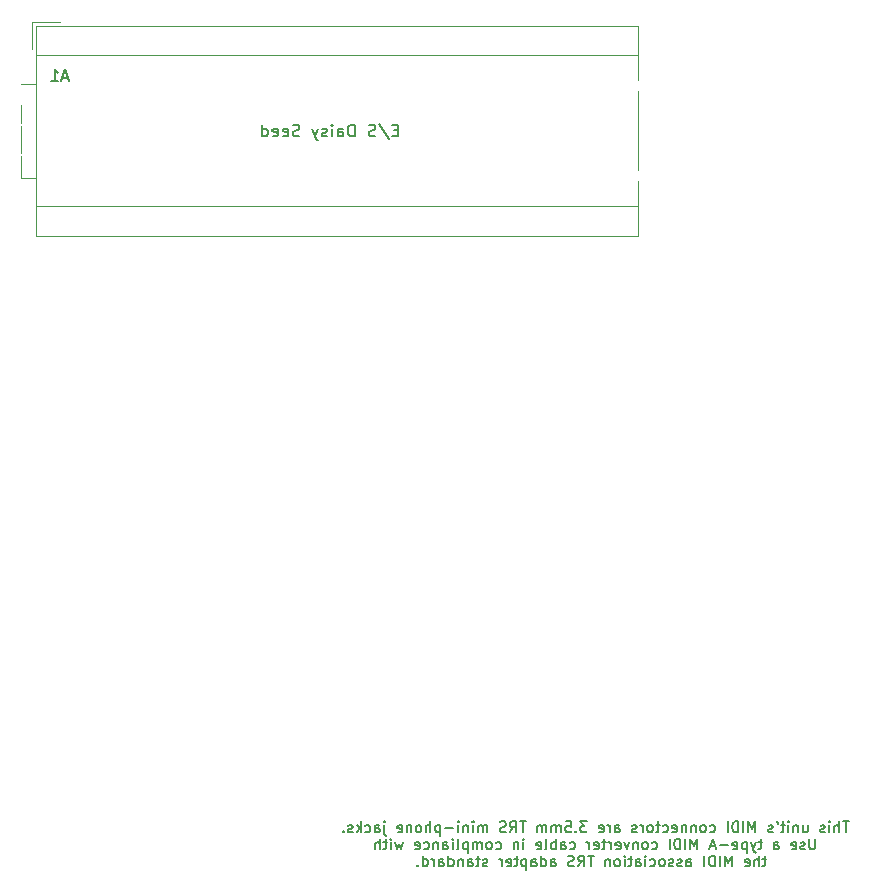
<source format=gbr>
%TF.GenerationSoftware,KiCad,Pcbnew,8.0.6*%
%TF.CreationDate,2025-01-06T04:04:12+01:00*%
%TF.ProjectId,pod-max,706f642d-6d61-4782-9e6b-696361645f70,1.1*%
%TF.SameCoordinates,Original*%
%TF.FileFunction,Legend,Bot*%
%TF.FilePolarity,Positive*%
%FSLAX46Y46*%
G04 Gerber Fmt 4.6, Leading zero omitted, Abs format (unit mm)*
G04 Created by KiCad (PCBNEW 8.0.6) date 2025-01-06 04:04:12*
%MOMM*%
%LPD*%
G01*
G04 APERTURE LIST*
%ADD10C,0.150000*%
%ADD11C,0.120000*%
%ADD12C,1.200000*%
%ADD13O,1.800000X2.500000*%
%ADD14O,2.500000X1.800000*%
%ADD15O,2.720000X3.580000*%
%ADD16O,2.696000X3.580000*%
%ADD17R,1.800000X1.800000*%
%ADD18C,1.800000*%
%ADD19C,3.000000*%
%ADD20R,1.700000X1.700000*%
%ADD21O,1.700000X1.700000*%
%ADD22C,2.700000*%
%ADD23R,1.600000X1.600000*%
%ADD24O,1.600000X1.600000*%
%ADD25R,2.000000X2.000000*%
%ADD26C,2.000000*%
%ADD27R,3.200000X2.000000*%
%ADD28C,1.700000*%
G04 APERTURE END LIST*
D10*
X104519411Y-70992759D02*
X104186078Y-70992759D01*
X104043221Y-71516569D02*
X104519411Y-71516569D01*
X104519411Y-71516569D02*
X104519411Y-70516569D01*
X104519411Y-70516569D02*
X104043221Y-70516569D01*
X102900364Y-70468950D02*
X103757506Y-71754664D01*
X102614649Y-71468950D02*
X102471792Y-71516569D01*
X102471792Y-71516569D02*
X102233697Y-71516569D01*
X102233697Y-71516569D02*
X102138459Y-71468950D01*
X102138459Y-71468950D02*
X102090840Y-71421330D01*
X102090840Y-71421330D02*
X102043221Y-71326092D01*
X102043221Y-71326092D02*
X102043221Y-71230854D01*
X102043221Y-71230854D02*
X102090840Y-71135616D01*
X102090840Y-71135616D02*
X102138459Y-71087997D01*
X102138459Y-71087997D02*
X102233697Y-71040378D01*
X102233697Y-71040378D02*
X102424173Y-70992759D01*
X102424173Y-70992759D02*
X102519411Y-70945140D01*
X102519411Y-70945140D02*
X102567030Y-70897521D01*
X102567030Y-70897521D02*
X102614649Y-70802283D01*
X102614649Y-70802283D02*
X102614649Y-70707045D01*
X102614649Y-70707045D02*
X102567030Y-70611807D01*
X102567030Y-70611807D02*
X102519411Y-70564188D01*
X102519411Y-70564188D02*
X102424173Y-70516569D01*
X102424173Y-70516569D02*
X102186078Y-70516569D01*
X102186078Y-70516569D02*
X102043221Y-70564188D01*
X100852744Y-71516569D02*
X100852744Y-70516569D01*
X100852744Y-70516569D02*
X100614649Y-70516569D01*
X100614649Y-70516569D02*
X100471792Y-70564188D01*
X100471792Y-70564188D02*
X100376554Y-70659426D01*
X100376554Y-70659426D02*
X100328935Y-70754664D01*
X100328935Y-70754664D02*
X100281316Y-70945140D01*
X100281316Y-70945140D02*
X100281316Y-71087997D01*
X100281316Y-71087997D02*
X100328935Y-71278473D01*
X100328935Y-71278473D02*
X100376554Y-71373711D01*
X100376554Y-71373711D02*
X100471792Y-71468950D01*
X100471792Y-71468950D02*
X100614649Y-71516569D01*
X100614649Y-71516569D02*
X100852744Y-71516569D01*
X99424173Y-71516569D02*
X99424173Y-70992759D01*
X99424173Y-70992759D02*
X99471792Y-70897521D01*
X99471792Y-70897521D02*
X99567030Y-70849902D01*
X99567030Y-70849902D02*
X99757506Y-70849902D01*
X99757506Y-70849902D02*
X99852744Y-70897521D01*
X99424173Y-71468950D02*
X99519411Y-71516569D01*
X99519411Y-71516569D02*
X99757506Y-71516569D01*
X99757506Y-71516569D02*
X99852744Y-71468950D01*
X99852744Y-71468950D02*
X99900363Y-71373711D01*
X99900363Y-71373711D02*
X99900363Y-71278473D01*
X99900363Y-71278473D02*
X99852744Y-71183235D01*
X99852744Y-71183235D02*
X99757506Y-71135616D01*
X99757506Y-71135616D02*
X99519411Y-71135616D01*
X99519411Y-71135616D02*
X99424173Y-71087997D01*
X98947982Y-71516569D02*
X98947982Y-70849902D01*
X98947982Y-70516569D02*
X98995601Y-70564188D01*
X98995601Y-70564188D02*
X98947982Y-70611807D01*
X98947982Y-70611807D02*
X98900363Y-70564188D01*
X98900363Y-70564188D02*
X98947982Y-70516569D01*
X98947982Y-70516569D02*
X98947982Y-70611807D01*
X98519411Y-71468950D02*
X98424173Y-71516569D01*
X98424173Y-71516569D02*
X98233697Y-71516569D01*
X98233697Y-71516569D02*
X98138459Y-71468950D01*
X98138459Y-71468950D02*
X98090840Y-71373711D01*
X98090840Y-71373711D02*
X98090840Y-71326092D01*
X98090840Y-71326092D02*
X98138459Y-71230854D01*
X98138459Y-71230854D02*
X98233697Y-71183235D01*
X98233697Y-71183235D02*
X98376554Y-71183235D01*
X98376554Y-71183235D02*
X98471792Y-71135616D01*
X98471792Y-71135616D02*
X98519411Y-71040378D01*
X98519411Y-71040378D02*
X98519411Y-70992759D01*
X98519411Y-70992759D02*
X98471792Y-70897521D01*
X98471792Y-70897521D02*
X98376554Y-70849902D01*
X98376554Y-70849902D02*
X98233697Y-70849902D01*
X98233697Y-70849902D02*
X98138459Y-70897521D01*
X97757506Y-70849902D02*
X97519411Y-71516569D01*
X97281316Y-70849902D02*
X97519411Y-71516569D01*
X97519411Y-71516569D02*
X97614649Y-71754664D01*
X97614649Y-71754664D02*
X97662268Y-71802283D01*
X97662268Y-71802283D02*
X97757506Y-71849902D01*
X96186077Y-71468950D02*
X96043220Y-71516569D01*
X96043220Y-71516569D02*
X95805125Y-71516569D01*
X95805125Y-71516569D02*
X95709887Y-71468950D01*
X95709887Y-71468950D02*
X95662268Y-71421330D01*
X95662268Y-71421330D02*
X95614649Y-71326092D01*
X95614649Y-71326092D02*
X95614649Y-71230854D01*
X95614649Y-71230854D02*
X95662268Y-71135616D01*
X95662268Y-71135616D02*
X95709887Y-71087997D01*
X95709887Y-71087997D02*
X95805125Y-71040378D01*
X95805125Y-71040378D02*
X95995601Y-70992759D01*
X95995601Y-70992759D02*
X96090839Y-70945140D01*
X96090839Y-70945140D02*
X96138458Y-70897521D01*
X96138458Y-70897521D02*
X96186077Y-70802283D01*
X96186077Y-70802283D02*
X96186077Y-70707045D01*
X96186077Y-70707045D02*
X96138458Y-70611807D01*
X96138458Y-70611807D02*
X96090839Y-70564188D01*
X96090839Y-70564188D02*
X95995601Y-70516569D01*
X95995601Y-70516569D02*
X95757506Y-70516569D01*
X95757506Y-70516569D02*
X95614649Y-70564188D01*
X94805125Y-71468950D02*
X94900363Y-71516569D01*
X94900363Y-71516569D02*
X95090839Y-71516569D01*
X95090839Y-71516569D02*
X95186077Y-71468950D01*
X95186077Y-71468950D02*
X95233696Y-71373711D01*
X95233696Y-71373711D02*
X95233696Y-70992759D01*
X95233696Y-70992759D02*
X95186077Y-70897521D01*
X95186077Y-70897521D02*
X95090839Y-70849902D01*
X95090839Y-70849902D02*
X94900363Y-70849902D01*
X94900363Y-70849902D02*
X94805125Y-70897521D01*
X94805125Y-70897521D02*
X94757506Y-70992759D01*
X94757506Y-70992759D02*
X94757506Y-71087997D01*
X94757506Y-71087997D02*
X95233696Y-71183235D01*
X93947982Y-71468950D02*
X94043220Y-71516569D01*
X94043220Y-71516569D02*
X94233696Y-71516569D01*
X94233696Y-71516569D02*
X94328934Y-71468950D01*
X94328934Y-71468950D02*
X94376553Y-71373711D01*
X94376553Y-71373711D02*
X94376553Y-70992759D01*
X94376553Y-70992759D02*
X94328934Y-70897521D01*
X94328934Y-70897521D02*
X94233696Y-70849902D01*
X94233696Y-70849902D02*
X94043220Y-70849902D01*
X94043220Y-70849902D02*
X93947982Y-70897521D01*
X93947982Y-70897521D02*
X93900363Y-70992759D01*
X93900363Y-70992759D02*
X93900363Y-71087997D01*
X93900363Y-71087997D02*
X94376553Y-71183235D01*
X93043220Y-71516569D02*
X93043220Y-70516569D01*
X93043220Y-71468950D02*
X93138458Y-71516569D01*
X93138458Y-71516569D02*
X93328934Y-71516569D01*
X93328934Y-71516569D02*
X93424172Y-71468950D01*
X93424172Y-71468950D02*
X93471791Y-71421330D01*
X93471791Y-71421330D02*
X93519410Y-71326092D01*
X93519410Y-71326092D02*
X93519410Y-71040378D01*
X93519410Y-71040378D02*
X93471791Y-70945140D01*
X93471791Y-70945140D02*
X93424172Y-70897521D01*
X93424172Y-70897521D02*
X93328934Y-70849902D01*
X93328934Y-70849902D02*
X93138458Y-70849902D01*
X93138458Y-70849902D02*
X93043220Y-70897521D01*
X142682855Y-129514157D02*
X142168570Y-129514157D01*
X142425712Y-130414157D02*
X142425712Y-129514157D01*
X141868570Y-130414157D02*
X141868570Y-129514157D01*
X141482856Y-130414157D02*
X141482856Y-129942728D01*
X141482856Y-129942728D02*
X141525713Y-129857014D01*
X141525713Y-129857014D02*
X141611427Y-129814157D01*
X141611427Y-129814157D02*
X141739998Y-129814157D01*
X141739998Y-129814157D02*
X141825713Y-129857014D01*
X141825713Y-129857014D02*
X141868570Y-129899871D01*
X141054284Y-130414157D02*
X141054284Y-129814157D01*
X141054284Y-129514157D02*
X141097141Y-129557014D01*
X141097141Y-129557014D02*
X141054284Y-129599871D01*
X141054284Y-129599871D02*
X141011427Y-129557014D01*
X141011427Y-129557014D02*
X141054284Y-129514157D01*
X141054284Y-129514157D02*
X141054284Y-129599871D01*
X140668570Y-130371300D02*
X140582856Y-130414157D01*
X140582856Y-130414157D02*
X140411427Y-130414157D01*
X140411427Y-130414157D02*
X140325713Y-130371300D01*
X140325713Y-130371300D02*
X140282856Y-130285585D01*
X140282856Y-130285585D02*
X140282856Y-130242728D01*
X140282856Y-130242728D02*
X140325713Y-130157014D01*
X140325713Y-130157014D02*
X140411427Y-130114157D01*
X140411427Y-130114157D02*
X140539999Y-130114157D01*
X140539999Y-130114157D02*
X140625713Y-130071300D01*
X140625713Y-130071300D02*
X140668570Y-129985585D01*
X140668570Y-129985585D02*
X140668570Y-129942728D01*
X140668570Y-129942728D02*
X140625713Y-129857014D01*
X140625713Y-129857014D02*
X140539999Y-129814157D01*
X140539999Y-129814157D02*
X140411427Y-129814157D01*
X140411427Y-129814157D02*
X140325713Y-129857014D01*
X138825714Y-129814157D02*
X138825714Y-130414157D01*
X139211428Y-129814157D02*
X139211428Y-130285585D01*
X139211428Y-130285585D02*
X139168571Y-130371300D01*
X139168571Y-130371300D02*
X139082856Y-130414157D01*
X139082856Y-130414157D02*
X138954285Y-130414157D01*
X138954285Y-130414157D02*
X138868571Y-130371300D01*
X138868571Y-130371300D02*
X138825714Y-130328442D01*
X138397142Y-129814157D02*
X138397142Y-130414157D01*
X138397142Y-129899871D02*
X138354285Y-129857014D01*
X138354285Y-129857014D02*
X138268570Y-129814157D01*
X138268570Y-129814157D02*
X138139999Y-129814157D01*
X138139999Y-129814157D02*
X138054285Y-129857014D01*
X138054285Y-129857014D02*
X138011428Y-129942728D01*
X138011428Y-129942728D02*
X138011428Y-130414157D01*
X137582856Y-130414157D02*
X137582856Y-129814157D01*
X137582856Y-129514157D02*
X137625713Y-129557014D01*
X137625713Y-129557014D02*
X137582856Y-129599871D01*
X137582856Y-129599871D02*
X137539999Y-129557014D01*
X137539999Y-129557014D02*
X137582856Y-129514157D01*
X137582856Y-129514157D02*
X137582856Y-129599871D01*
X137282856Y-129814157D02*
X136939999Y-129814157D01*
X137154285Y-129514157D02*
X137154285Y-130285585D01*
X137154285Y-130285585D02*
X137111428Y-130371300D01*
X137111428Y-130371300D02*
X137025713Y-130414157D01*
X137025713Y-130414157D02*
X136939999Y-130414157D01*
X136597142Y-129514157D02*
X136682856Y-129685585D01*
X136254285Y-130371300D02*
X136168571Y-130414157D01*
X136168571Y-130414157D02*
X135997142Y-130414157D01*
X135997142Y-130414157D02*
X135911428Y-130371300D01*
X135911428Y-130371300D02*
X135868571Y-130285585D01*
X135868571Y-130285585D02*
X135868571Y-130242728D01*
X135868571Y-130242728D02*
X135911428Y-130157014D01*
X135911428Y-130157014D02*
X135997142Y-130114157D01*
X135997142Y-130114157D02*
X136125714Y-130114157D01*
X136125714Y-130114157D02*
X136211428Y-130071300D01*
X136211428Y-130071300D02*
X136254285Y-129985585D01*
X136254285Y-129985585D02*
X136254285Y-129942728D01*
X136254285Y-129942728D02*
X136211428Y-129857014D01*
X136211428Y-129857014D02*
X136125714Y-129814157D01*
X136125714Y-129814157D02*
X135997142Y-129814157D01*
X135997142Y-129814157D02*
X135911428Y-129857014D01*
X134797143Y-130414157D02*
X134797143Y-129514157D01*
X134797143Y-129514157D02*
X134497143Y-130157014D01*
X134497143Y-130157014D02*
X134197143Y-129514157D01*
X134197143Y-129514157D02*
X134197143Y-130414157D01*
X133768572Y-130414157D02*
X133768572Y-129514157D01*
X133340001Y-130414157D02*
X133340001Y-129514157D01*
X133340001Y-129514157D02*
X133125715Y-129514157D01*
X133125715Y-129514157D02*
X132997144Y-129557014D01*
X132997144Y-129557014D02*
X132911429Y-129642728D01*
X132911429Y-129642728D02*
X132868572Y-129728442D01*
X132868572Y-129728442D02*
X132825715Y-129899871D01*
X132825715Y-129899871D02*
X132825715Y-130028442D01*
X132825715Y-130028442D02*
X132868572Y-130199871D01*
X132868572Y-130199871D02*
X132911429Y-130285585D01*
X132911429Y-130285585D02*
X132997144Y-130371300D01*
X132997144Y-130371300D02*
X133125715Y-130414157D01*
X133125715Y-130414157D02*
X133340001Y-130414157D01*
X132440001Y-130414157D02*
X132440001Y-129514157D01*
X130940002Y-130371300D02*
X131025716Y-130414157D01*
X131025716Y-130414157D02*
X131197144Y-130414157D01*
X131197144Y-130414157D02*
X131282859Y-130371300D01*
X131282859Y-130371300D02*
X131325716Y-130328442D01*
X131325716Y-130328442D02*
X131368573Y-130242728D01*
X131368573Y-130242728D02*
X131368573Y-129985585D01*
X131368573Y-129985585D02*
X131325716Y-129899871D01*
X131325716Y-129899871D02*
X131282859Y-129857014D01*
X131282859Y-129857014D02*
X131197144Y-129814157D01*
X131197144Y-129814157D02*
X131025716Y-129814157D01*
X131025716Y-129814157D02*
X130940002Y-129857014D01*
X130425715Y-130414157D02*
X130511430Y-130371300D01*
X130511430Y-130371300D02*
X130554287Y-130328442D01*
X130554287Y-130328442D02*
X130597144Y-130242728D01*
X130597144Y-130242728D02*
X130597144Y-129985585D01*
X130597144Y-129985585D02*
X130554287Y-129899871D01*
X130554287Y-129899871D02*
X130511430Y-129857014D01*
X130511430Y-129857014D02*
X130425715Y-129814157D01*
X130425715Y-129814157D02*
X130297144Y-129814157D01*
X130297144Y-129814157D02*
X130211430Y-129857014D01*
X130211430Y-129857014D02*
X130168573Y-129899871D01*
X130168573Y-129899871D02*
X130125715Y-129985585D01*
X130125715Y-129985585D02*
X130125715Y-130242728D01*
X130125715Y-130242728D02*
X130168573Y-130328442D01*
X130168573Y-130328442D02*
X130211430Y-130371300D01*
X130211430Y-130371300D02*
X130297144Y-130414157D01*
X130297144Y-130414157D02*
X130425715Y-130414157D01*
X129740001Y-129814157D02*
X129740001Y-130414157D01*
X129740001Y-129899871D02*
X129697144Y-129857014D01*
X129697144Y-129857014D02*
X129611429Y-129814157D01*
X129611429Y-129814157D02*
X129482858Y-129814157D01*
X129482858Y-129814157D02*
X129397144Y-129857014D01*
X129397144Y-129857014D02*
X129354287Y-129942728D01*
X129354287Y-129942728D02*
X129354287Y-130414157D01*
X128925715Y-129814157D02*
X128925715Y-130414157D01*
X128925715Y-129899871D02*
X128882858Y-129857014D01*
X128882858Y-129857014D02*
X128797143Y-129814157D01*
X128797143Y-129814157D02*
X128668572Y-129814157D01*
X128668572Y-129814157D02*
X128582858Y-129857014D01*
X128582858Y-129857014D02*
X128540001Y-129942728D01*
X128540001Y-129942728D02*
X128540001Y-130414157D01*
X127768572Y-130371300D02*
X127854286Y-130414157D01*
X127854286Y-130414157D02*
X128025715Y-130414157D01*
X128025715Y-130414157D02*
X128111429Y-130371300D01*
X128111429Y-130371300D02*
X128154286Y-130285585D01*
X128154286Y-130285585D02*
X128154286Y-129942728D01*
X128154286Y-129942728D02*
X128111429Y-129857014D01*
X128111429Y-129857014D02*
X128025715Y-129814157D01*
X128025715Y-129814157D02*
X127854286Y-129814157D01*
X127854286Y-129814157D02*
X127768572Y-129857014D01*
X127768572Y-129857014D02*
X127725715Y-129942728D01*
X127725715Y-129942728D02*
X127725715Y-130028442D01*
X127725715Y-130028442D02*
X128154286Y-130114157D01*
X126954286Y-130371300D02*
X127040000Y-130414157D01*
X127040000Y-130414157D02*
X127211428Y-130414157D01*
X127211428Y-130414157D02*
X127297143Y-130371300D01*
X127297143Y-130371300D02*
X127340000Y-130328442D01*
X127340000Y-130328442D02*
X127382857Y-130242728D01*
X127382857Y-130242728D02*
X127382857Y-129985585D01*
X127382857Y-129985585D02*
X127340000Y-129899871D01*
X127340000Y-129899871D02*
X127297143Y-129857014D01*
X127297143Y-129857014D02*
X127211428Y-129814157D01*
X127211428Y-129814157D02*
X127040000Y-129814157D01*
X127040000Y-129814157D02*
X126954286Y-129857014D01*
X126697142Y-129814157D02*
X126354285Y-129814157D01*
X126568571Y-129514157D02*
X126568571Y-130285585D01*
X126568571Y-130285585D02*
X126525714Y-130371300D01*
X126525714Y-130371300D02*
X126439999Y-130414157D01*
X126439999Y-130414157D02*
X126354285Y-130414157D01*
X125925713Y-130414157D02*
X126011428Y-130371300D01*
X126011428Y-130371300D02*
X126054285Y-130328442D01*
X126054285Y-130328442D02*
X126097142Y-130242728D01*
X126097142Y-130242728D02*
X126097142Y-129985585D01*
X126097142Y-129985585D02*
X126054285Y-129899871D01*
X126054285Y-129899871D02*
X126011428Y-129857014D01*
X126011428Y-129857014D02*
X125925713Y-129814157D01*
X125925713Y-129814157D02*
X125797142Y-129814157D01*
X125797142Y-129814157D02*
X125711428Y-129857014D01*
X125711428Y-129857014D02*
X125668571Y-129899871D01*
X125668571Y-129899871D02*
X125625713Y-129985585D01*
X125625713Y-129985585D02*
X125625713Y-130242728D01*
X125625713Y-130242728D02*
X125668571Y-130328442D01*
X125668571Y-130328442D02*
X125711428Y-130371300D01*
X125711428Y-130371300D02*
X125797142Y-130414157D01*
X125797142Y-130414157D02*
X125925713Y-130414157D01*
X125239999Y-130414157D02*
X125239999Y-129814157D01*
X125239999Y-129985585D02*
X125197142Y-129899871D01*
X125197142Y-129899871D02*
X125154285Y-129857014D01*
X125154285Y-129857014D02*
X125068570Y-129814157D01*
X125068570Y-129814157D02*
X124982856Y-129814157D01*
X124725713Y-130371300D02*
X124639999Y-130414157D01*
X124639999Y-130414157D02*
X124468570Y-130414157D01*
X124468570Y-130414157D02*
X124382856Y-130371300D01*
X124382856Y-130371300D02*
X124339999Y-130285585D01*
X124339999Y-130285585D02*
X124339999Y-130242728D01*
X124339999Y-130242728D02*
X124382856Y-130157014D01*
X124382856Y-130157014D02*
X124468570Y-130114157D01*
X124468570Y-130114157D02*
X124597142Y-130114157D01*
X124597142Y-130114157D02*
X124682856Y-130071300D01*
X124682856Y-130071300D02*
X124725713Y-129985585D01*
X124725713Y-129985585D02*
X124725713Y-129942728D01*
X124725713Y-129942728D02*
X124682856Y-129857014D01*
X124682856Y-129857014D02*
X124597142Y-129814157D01*
X124597142Y-129814157D02*
X124468570Y-129814157D01*
X124468570Y-129814157D02*
X124382856Y-129857014D01*
X122882857Y-130414157D02*
X122882857Y-129942728D01*
X122882857Y-129942728D02*
X122925714Y-129857014D01*
X122925714Y-129857014D02*
X123011428Y-129814157D01*
X123011428Y-129814157D02*
X123182857Y-129814157D01*
X123182857Y-129814157D02*
X123268571Y-129857014D01*
X122882857Y-130371300D02*
X122968571Y-130414157D01*
X122968571Y-130414157D02*
X123182857Y-130414157D01*
X123182857Y-130414157D02*
X123268571Y-130371300D01*
X123268571Y-130371300D02*
X123311428Y-130285585D01*
X123311428Y-130285585D02*
X123311428Y-130199871D01*
X123311428Y-130199871D02*
X123268571Y-130114157D01*
X123268571Y-130114157D02*
X123182857Y-130071300D01*
X123182857Y-130071300D02*
X122968571Y-130071300D01*
X122968571Y-130071300D02*
X122882857Y-130028442D01*
X122454285Y-130414157D02*
X122454285Y-129814157D01*
X122454285Y-129985585D02*
X122411428Y-129899871D01*
X122411428Y-129899871D02*
X122368571Y-129857014D01*
X122368571Y-129857014D02*
X122282856Y-129814157D01*
X122282856Y-129814157D02*
X122197142Y-129814157D01*
X121554285Y-130371300D02*
X121639999Y-130414157D01*
X121639999Y-130414157D02*
X121811428Y-130414157D01*
X121811428Y-130414157D02*
X121897142Y-130371300D01*
X121897142Y-130371300D02*
X121939999Y-130285585D01*
X121939999Y-130285585D02*
X121939999Y-129942728D01*
X121939999Y-129942728D02*
X121897142Y-129857014D01*
X121897142Y-129857014D02*
X121811428Y-129814157D01*
X121811428Y-129814157D02*
X121639999Y-129814157D01*
X121639999Y-129814157D02*
X121554285Y-129857014D01*
X121554285Y-129857014D02*
X121511428Y-129942728D01*
X121511428Y-129942728D02*
X121511428Y-130028442D01*
X121511428Y-130028442D02*
X121939999Y-130114157D01*
X120525713Y-129514157D02*
X119968570Y-129514157D01*
X119968570Y-129514157D02*
X120268570Y-129857014D01*
X120268570Y-129857014D02*
X120139999Y-129857014D01*
X120139999Y-129857014D02*
X120054285Y-129899871D01*
X120054285Y-129899871D02*
X120011427Y-129942728D01*
X120011427Y-129942728D02*
X119968570Y-130028442D01*
X119968570Y-130028442D02*
X119968570Y-130242728D01*
X119968570Y-130242728D02*
X120011427Y-130328442D01*
X120011427Y-130328442D02*
X120054285Y-130371300D01*
X120054285Y-130371300D02*
X120139999Y-130414157D01*
X120139999Y-130414157D02*
X120397142Y-130414157D01*
X120397142Y-130414157D02*
X120482856Y-130371300D01*
X120482856Y-130371300D02*
X120525713Y-130328442D01*
X119582856Y-130328442D02*
X119539999Y-130371300D01*
X119539999Y-130371300D02*
X119582856Y-130414157D01*
X119582856Y-130414157D02*
X119625713Y-130371300D01*
X119625713Y-130371300D02*
X119582856Y-130328442D01*
X119582856Y-130328442D02*
X119582856Y-130414157D01*
X118725713Y-129514157D02*
X119154285Y-129514157D01*
X119154285Y-129514157D02*
X119197142Y-129942728D01*
X119197142Y-129942728D02*
X119154285Y-129899871D01*
X119154285Y-129899871D02*
X119068571Y-129857014D01*
X119068571Y-129857014D02*
X118854285Y-129857014D01*
X118854285Y-129857014D02*
X118768571Y-129899871D01*
X118768571Y-129899871D02*
X118725713Y-129942728D01*
X118725713Y-129942728D02*
X118682856Y-130028442D01*
X118682856Y-130028442D02*
X118682856Y-130242728D01*
X118682856Y-130242728D02*
X118725713Y-130328442D01*
X118725713Y-130328442D02*
X118768571Y-130371300D01*
X118768571Y-130371300D02*
X118854285Y-130414157D01*
X118854285Y-130414157D02*
X119068571Y-130414157D01*
X119068571Y-130414157D02*
X119154285Y-130371300D01*
X119154285Y-130371300D02*
X119197142Y-130328442D01*
X118297142Y-130414157D02*
X118297142Y-129814157D01*
X118297142Y-129899871D02*
X118254285Y-129857014D01*
X118254285Y-129857014D02*
X118168570Y-129814157D01*
X118168570Y-129814157D02*
X118039999Y-129814157D01*
X118039999Y-129814157D02*
X117954285Y-129857014D01*
X117954285Y-129857014D02*
X117911428Y-129942728D01*
X117911428Y-129942728D02*
X117911428Y-130414157D01*
X117911428Y-129942728D02*
X117868570Y-129857014D01*
X117868570Y-129857014D02*
X117782856Y-129814157D01*
X117782856Y-129814157D02*
X117654285Y-129814157D01*
X117654285Y-129814157D02*
X117568570Y-129857014D01*
X117568570Y-129857014D02*
X117525713Y-129942728D01*
X117525713Y-129942728D02*
X117525713Y-130414157D01*
X117097142Y-130414157D02*
X117097142Y-129814157D01*
X117097142Y-129899871D02*
X117054285Y-129857014D01*
X117054285Y-129857014D02*
X116968570Y-129814157D01*
X116968570Y-129814157D02*
X116839999Y-129814157D01*
X116839999Y-129814157D02*
X116754285Y-129857014D01*
X116754285Y-129857014D02*
X116711428Y-129942728D01*
X116711428Y-129942728D02*
X116711428Y-130414157D01*
X116711428Y-129942728D02*
X116668570Y-129857014D01*
X116668570Y-129857014D02*
X116582856Y-129814157D01*
X116582856Y-129814157D02*
X116454285Y-129814157D01*
X116454285Y-129814157D02*
X116368570Y-129857014D01*
X116368570Y-129857014D02*
X116325713Y-129942728D01*
X116325713Y-129942728D02*
X116325713Y-130414157D01*
X115339999Y-129514157D02*
X114825714Y-129514157D01*
X115082856Y-130414157D02*
X115082856Y-129514157D01*
X114011428Y-130414157D02*
X114311428Y-129985585D01*
X114525714Y-130414157D02*
X114525714Y-129514157D01*
X114525714Y-129514157D02*
X114182857Y-129514157D01*
X114182857Y-129514157D02*
X114097142Y-129557014D01*
X114097142Y-129557014D02*
X114054285Y-129599871D01*
X114054285Y-129599871D02*
X114011428Y-129685585D01*
X114011428Y-129685585D02*
X114011428Y-129814157D01*
X114011428Y-129814157D02*
X114054285Y-129899871D01*
X114054285Y-129899871D02*
X114097142Y-129942728D01*
X114097142Y-129942728D02*
X114182857Y-129985585D01*
X114182857Y-129985585D02*
X114525714Y-129985585D01*
X113668571Y-130371300D02*
X113540000Y-130414157D01*
X113540000Y-130414157D02*
X113325714Y-130414157D01*
X113325714Y-130414157D02*
X113240000Y-130371300D01*
X113240000Y-130371300D02*
X113197142Y-130328442D01*
X113197142Y-130328442D02*
X113154285Y-130242728D01*
X113154285Y-130242728D02*
X113154285Y-130157014D01*
X113154285Y-130157014D02*
X113197142Y-130071300D01*
X113197142Y-130071300D02*
X113240000Y-130028442D01*
X113240000Y-130028442D02*
X113325714Y-129985585D01*
X113325714Y-129985585D02*
X113497142Y-129942728D01*
X113497142Y-129942728D02*
X113582857Y-129899871D01*
X113582857Y-129899871D02*
X113625714Y-129857014D01*
X113625714Y-129857014D02*
X113668571Y-129771300D01*
X113668571Y-129771300D02*
X113668571Y-129685585D01*
X113668571Y-129685585D02*
X113625714Y-129599871D01*
X113625714Y-129599871D02*
X113582857Y-129557014D01*
X113582857Y-129557014D02*
X113497142Y-129514157D01*
X113497142Y-129514157D02*
X113282857Y-129514157D01*
X113282857Y-129514157D02*
X113154285Y-129557014D01*
X112082857Y-130414157D02*
X112082857Y-129814157D01*
X112082857Y-129899871D02*
X112040000Y-129857014D01*
X112040000Y-129857014D02*
X111954285Y-129814157D01*
X111954285Y-129814157D02*
X111825714Y-129814157D01*
X111825714Y-129814157D02*
X111740000Y-129857014D01*
X111740000Y-129857014D02*
X111697143Y-129942728D01*
X111697143Y-129942728D02*
X111697143Y-130414157D01*
X111697143Y-129942728D02*
X111654285Y-129857014D01*
X111654285Y-129857014D02*
X111568571Y-129814157D01*
X111568571Y-129814157D02*
X111440000Y-129814157D01*
X111440000Y-129814157D02*
X111354285Y-129857014D01*
X111354285Y-129857014D02*
X111311428Y-129942728D01*
X111311428Y-129942728D02*
X111311428Y-130414157D01*
X110882857Y-130414157D02*
X110882857Y-129814157D01*
X110882857Y-129514157D02*
X110925714Y-129557014D01*
X110925714Y-129557014D02*
X110882857Y-129599871D01*
X110882857Y-129599871D02*
X110840000Y-129557014D01*
X110840000Y-129557014D02*
X110882857Y-129514157D01*
X110882857Y-129514157D02*
X110882857Y-129599871D01*
X110454286Y-129814157D02*
X110454286Y-130414157D01*
X110454286Y-129899871D02*
X110411429Y-129857014D01*
X110411429Y-129857014D02*
X110325714Y-129814157D01*
X110325714Y-129814157D02*
X110197143Y-129814157D01*
X110197143Y-129814157D02*
X110111429Y-129857014D01*
X110111429Y-129857014D02*
X110068572Y-129942728D01*
X110068572Y-129942728D02*
X110068572Y-130414157D01*
X109640000Y-130414157D02*
X109640000Y-129814157D01*
X109640000Y-129514157D02*
X109682857Y-129557014D01*
X109682857Y-129557014D02*
X109640000Y-129599871D01*
X109640000Y-129599871D02*
X109597143Y-129557014D01*
X109597143Y-129557014D02*
X109640000Y-129514157D01*
X109640000Y-129514157D02*
X109640000Y-129599871D01*
X109211429Y-130071300D02*
X108525715Y-130071300D01*
X108097143Y-129814157D02*
X108097143Y-130714157D01*
X108097143Y-129857014D02*
X108011429Y-129814157D01*
X108011429Y-129814157D02*
X107840000Y-129814157D01*
X107840000Y-129814157D02*
X107754286Y-129857014D01*
X107754286Y-129857014D02*
X107711429Y-129899871D01*
X107711429Y-129899871D02*
X107668571Y-129985585D01*
X107668571Y-129985585D02*
X107668571Y-130242728D01*
X107668571Y-130242728D02*
X107711429Y-130328442D01*
X107711429Y-130328442D02*
X107754286Y-130371300D01*
X107754286Y-130371300D02*
X107840000Y-130414157D01*
X107840000Y-130414157D02*
X108011429Y-130414157D01*
X108011429Y-130414157D02*
X108097143Y-130371300D01*
X107282857Y-130414157D02*
X107282857Y-129514157D01*
X106897143Y-130414157D02*
X106897143Y-129942728D01*
X106897143Y-129942728D02*
X106940000Y-129857014D01*
X106940000Y-129857014D02*
X107025714Y-129814157D01*
X107025714Y-129814157D02*
X107154285Y-129814157D01*
X107154285Y-129814157D02*
X107240000Y-129857014D01*
X107240000Y-129857014D02*
X107282857Y-129899871D01*
X106339999Y-130414157D02*
X106425714Y-130371300D01*
X106425714Y-130371300D02*
X106468571Y-130328442D01*
X106468571Y-130328442D02*
X106511428Y-130242728D01*
X106511428Y-130242728D02*
X106511428Y-129985585D01*
X106511428Y-129985585D02*
X106468571Y-129899871D01*
X106468571Y-129899871D02*
X106425714Y-129857014D01*
X106425714Y-129857014D02*
X106339999Y-129814157D01*
X106339999Y-129814157D02*
X106211428Y-129814157D01*
X106211428Y-129814157D02*
X106125714Y-129857014D01*
X106125714Y-129857014D02*
X106082857Y-129899871D01*
X106082857Y-129899871D02*
X106039999Y-129985585D01*
X106039999Y-129985585D02*
X106039999Y-130242728D01*
X106039999Y-130242728D02*
X106082857Y-130328442D01*
X106082857Y-130328442D02*
X106125714Y-130371300D01*
X106125714Y-130371300D02*
X106211428Y-130414157D01*
X106211428Y-130414157D02*
X106339999Y-130414157D01*
X105654285Y-129814157D02*
X105654285Y-130414157D01*
X105654285Y-129899871D02*
X105611428Y-129857014D01*
X105611428Y-129857014D02*
X105525713Y-129814157D01*
X105525713Y-129814157D02*
X105397142Y-129814157D01*
X105397142Y-129814157D02*
X105311428Y-129857014D01*
X105311428Y-129857014D02*
X105268571Y-129942728D01*
X105268571Y-129942728D02*
X105268571Y-130414157D01*
X104497142Y-130371300D02*
X104582856Y-130414157D01*
X104582856Y-130414157D02*
X104754285Y-130414157D01*
X104754285Y-130414157D02*
X104839999Y-130371300D01*
X104839999Y-130371300D02*
X104882856Y-130285585D01*
X104882856Y-130285585D02*
X104882856Y-129942728D01*
X104882856Y-129942728D02*
X104839999Y-129857014D01*
X104839999Y-129857014D02*
X104754285Y-129814157D01*
X104754285Y-129814157D02*
X104582856Y-129814157D01*
X104582856Y-129814157D02*
X104497142Y-129857014D01*
X104497142Y-129857014D02*
X104454285Y-129942728D01*
X104454285Y-129942728D02*
X104454285Y-130028442D01*
X104454285Y-130028442D02*
X104882856Y-130114157D01*
X103382856Y-129814157D02*
X103382856Y-130585585D01*
X103382856Y-130585585D02*
X103425713Y-130671300D01*
X103425713Y-130671300D02*
X103511427Y-130714157D01*
X103511427Y-130714157D02*
X103554284Y-130714157D01*
X103382856Y-129514157D02*
X103425713Y-129557014D01*
X103425713Y-129557014D02*
X103382856Y-129599871D01*
X103382856Y-129599871D02*
X103339999Y-129557014D01*
X103339999Y-129557014D02*
X103382856Y-129514157D01*
X103382856Y-129514157D02*
X103382856Y-129599871D01*
X102568571Y-130414157D02*
X102568571Y-129942728D01*
X102568571Y-129942728D02*
X102611428Y-129857014D01*
X102611428Y-129857014D02*
X102697142Y-129814157D01*
X102697142Y-129814157D02*
X102868571Y-129814157D01*
X102868571Y-129814157D02*
X102954285Y-129857014D01*
X102568571Y-130371300D02*
X102654285Y-130414157D01*
X102654285Y-130414157D02*
X102868571Y-130414157D01*
X102868571Y-130414157D02*
X102954285Y-130371300D01*
X102954285Y-130371300D02*
X102997142Y-130285585D01*
X102997142Y-130285585D02*
X102997142Y-130199871D01*
X102997142Y-130199871D02*
X102954285Y-130114157D01*
X102954285Y-130114157D02*
X102868571Y-130071300D01*
X102868571Y-130071300D02*
X102654285Y-130071300D01*
X102654285Y-130071300D02*
X102568571Y-130028442D01*
X101754285Y-130371300D02*
X101839999Y-130414157D01*
X101839999Y-130414157D02*
X102011427Y-130414157D01*
X102011427Y-130414157D02*
X102097142Y-130371300D01*
X102097142Y-130371300D02*
X102139999Y-130328442D01*
X102139999Y-130328442D02*
X102182856Y-130242728D01*
X102182856Y-130242728D02*
X102182856Y-129985585D01*
X102182856Y-129985585D02*
X102139999Y-129899871D01*
X102139999Y-129899871D02*
X102097142Y-129857014D01*
X102097142Y-129857014D02*
X102011427Y-129814157D01*
X102011427Y-129814157D02*
X101839999Y-129814157D01*
X101839999Y-129814157D02*
X101754285Y-129857014D01*
X101368570Y-130414157D02*
X101368570Y-129514157D01*
X101282856Y-130071300D02*
X101025713Y-130414157D01*
X101025713Y-129814157D02*
X101368570Y-130157014D01*
X100682856Y-130371300D02*
X100597142Y-130414157D01*
X100597142Y-130414157D02*
X100425713Y-130414157D01*
X100425713Y-130414157D02*
X100339999Y-130371300D01*
X100339999Y-130371300D02*
X100297142Y-130285585D01*
X100297142Y-130285585D02*
X100297142Y-130242728D01*
X100297142Y-130242728D02*
X100339999Y-130157014D01*
X100339999Y-130157014D02*
X100425713Y-130114157D01*
X100425713Y-130114157D02*
X100554285Y-130114157D01*
X100554285Y-130114157D02*
X100639999Y-130071300D01*
X100639999Y-130071300D02*
X100682856Y-129985585D01*
X100682856Y-129985585D02*
X100682856Y-129942728D01*
X100682856Y-129942728D02*
X100639999Y-129857014D01*
X100639999Y-129857014D02*
X100554285Y-129814157D01*
X100554285Y-129814157D02*
X100425713Y-129814157D01*
X100425713Y-129814157D02*
X100339999Y-129857014D01*
X99911428Y-130328442D02*
X99868571Y-130371300D01*
X99868571Y-130371300D02*
X99911428Y-130414157D01*
X99911428Y-130414157D02*
X99954285Y-130371300D01*
X99954285Y-130371300D02*
X99911428Y-130328442D01*
X99911428Y-130328442D02*
X99911428Y-130414157D01*
X139875716Y-130963107D02*
X139875716Y-131691678D01*
X139875716Y-131691678D02*
X139832859Y-131777392D01*
X139832859Y-131777392D02*
X139790002Y-131820250D01*
X139790002Y-131820250D02*
X139704287Y-131863107D01*
X139704287Y-131863107D02*
X139532859Y-131863107D01*
X139532859Y-131863107D02*
X139447144Y-131820250D01*
X139447144Y-131820250D02*
X139404287Y-131777392D01*
X139404287Y-131777392D02*
X139361430Y-131691678D01*
X139361430Y-131691678D02*
X139361430Y-130963107D01*
X138975716Y-131820250D02*
X138890002Y-131863107D01*
X138890002Y-131863107D02*
X138718573Y-131863107D01*
X138718573Y-131863107D02*
X138632859Y-131820250D01*
X138632859Y-131820250D02*
X138590002Y-131734535D01*
X138590002Y-131734535D02*
X138590002Y-131691678D01*
X138590002Y-131691678D02*
X138632859Y-131605964D01*
X138632859Y-131605964D02*
X138718573Y-131563107D01*
X138718573Y-131563107D02*
X138847145Y-131563107D01*
X138847145Y-131563107D02*
X138932859Y-131520250D01*
X138932859Y-131520250D02*
X138975716Y-131434535D01*
X138975716Y-131434535D02*
X138975716Y-131391678D01*
X138975716Y-131391678D02*
X138932859Y-131305964D01*
X138932859Y-131305964D02*
X138847145Y-131263107D01*
X138847145Y-131263107D02*
X138718573Y-131263107D01*
X138718573Y-131263107D02*
X138632859Y-131305964D01*
X137861431Y-131820250D02*
X137947145Y-131863107D01*
X137947145Y-131863107D02*
X138118574Y-131863107D01*
X138118574Y-131863107D02*
X138204288Y-131820250D01*
X138204288Y-131820250D02*
X138247145Y-131734535D01*
X138247145Y-131734535D02*
X138247145Y-131391678D01*
X138247145Y-131391678D02*
X138204288Y-131305964D01*
X138204288Y-131305964D02*
X138118574Y-131263107D01*
X138118574Y-131263107D02*
X137947145Y-131263107D01*
X137947145Y-131263107D02*
X137861431Y-131305964D01*
X137861431Y-131305964D02*
X137818574Y-131391678D01*
X137818574Y-131391678D02*
X137818574Y-131477392D01*
X137818574Y-131477392D02*
X138247145Y-131563107D01*
X136361431Y-131863107D02*
X136361431Y-131391678D01*
X136361431Y-131391678D02*
X136404288Y-131305964D01*
X136404288Y-131305964D02*
X136490002Y-131263107D01*
X136490002Y-131263107D02*
X136661431Y-131263107D01*
X136661431Y-131263107D02*
X136747145Y-131305964D01*
X136361431Y-131820250D02*
X136447145Y-131863107D01*
X136447145Y-131863107D02*
X136661431Y-131863107D01*
X136661431Y-131863107D02*
X136747145Y-131820250D01*
X136747145Y-131820250D02*
X136790002Y-131734535D01*
X136790002Y-131734535D02*
X136790002Y-131648821D01*
X136790002Y-131648821D02*
X136747145Y-131563107D01*
X136747145Y-131563107D02*
X136661431Y-131520250D01*
X136661431Y-131520250D02*
X136447145Y-131520250D01*
X136447145Y-131520250D02*
X136361431Y-131477392D01*
X135375716Y-131263107D02*
X135032859Y-131263107D01*
X135247145Y-130963107D02*
X135247145Y-131734535D01*
X135247145Y-131734535D02*
X135204288Y-131820250D01*
X135204288Y-131820250D02*
X135118573Y-131863107D01*
X135118573Y-131863107D02*
X135032859Y-131863107D01*
X134818573Y-131263107D02*
X134604287Y-131863107D01*
X134390002Y-131263107D02*
X134604287Y-131863107D01*
X134604287Y-131863107D02*
X134690002Y-132077392D01*
X134690002Y-132077392D02*
X134732859Y-132120250D01*
X134732859Y-132120250D02*
X134818573Y-132163107D01*
X134047145Y-131263107D02*
X134047145Y-132163107D01*
X134047145Y-131305964D02*
X133961431Y-131263107D01*
X133961431Y-131263107D02*
X133790002Y-131263107D01*
X133790002Y-131263107D02*
X133704288Y-131305964D01*
X133704288Y-131305964D02*
X133661431Y-131348821D01*
X133661431Y-131348821D02*
X133618573Y-131434535D01*
X133618573Y-131434535D02*
X133618573Y-131691678D01*
X133618573Y-131691678D02*
X133661431Y-131777392D01*
X133661431Y-131777392D02*
X133704288Y-131820250D01*
X133704288Y-131820250D02*
X133790002Y-131863107D01*
X133790002Y-131863107D02*
X133961431Y-131863107D01*
X133961431Y-131863107D02*
X134047145Y-131820250D01*
X132890002Y-131820250D02*
X132975716Y-131863107D01*
X132975716Y-131863107D02*
X133147145Y-131863107D01*
X133147145Y-131863107D02*
X133232859Y-131820250D01*
X133232859Y-131820250D02*
X133275716Y-131734535D01*
X133275716Y-131734535D02*
X133275716Y-131391678D01*
X133275716Y-131391678D02*
X133232859Y-131305964D01*
X133232859Y-131305964D02*
X133147145Y-131263107D01*
X133147145Y-131263107D02*
X132975716Y-131263107D01*
X132975716Y-131263107D02*
X132890002Y-131305964D01*
X132890002Y-131305964D02*
X132847145Y-131391678D01*
X132847145Y-131391678D02*
X132847145Y-131477392D01*
X132847145Y-131477392D02*
X133275716Y-131563107D01*
X132461430Y-131520250D02*
X131775716Y-131520250D01*
X131390001Y-131605964D02*
X130961430Y-131605964D01*
X131475715Y-131863107D02*
X131175715Y-130963107D01*
X131175715Y-130963107D02*
X130875715Y-131863107D01*
X129890001Y-131863107D02*
X129890001Y-130963107D01*
X129890001Y-130963107D02*
X129590001Y-131605964D01*
X129590001Y-131605964D02*
X129290001Y-130963107D01*
X129290001Y-130963107D02*
X129290001Y-131863107D01*
X128861430Y-131863107D02*
X128861430Y-130963107D01*
X128432859Y-131863107D02*
X128432859Y-130963107D01*
X128432859Y-130963107D02*
X128218573Y-130963107D01*
X128218573Y-130963107D02*
X128090002Y-131005964D01*
X128090002Y-131005964D02*
X128004287Y-131091678D01*
X128004287Y-131091678D02*
X127961430Y-131177392D01*
X127961430Y-131177392D02*
X127918573Y-131348821D01*
X127918573Y-131348821D02*
X127918573Y-131477392D01*
X127918573Y-131477392D02*
X127961430Y-131648821D01*
X127961430Y-131648821D02*
X128004287Y-131734535D01*
X128004287Y-131734535D02*
X128090002Y-131820250D01*
X128090002Y-131820250D02*
X128218573Y-131863107D01*
X128218573Y-131863107D02*
X128432859Y-131863107D01*
X127532859Y-131863107D02*
X127532859Y-130963107D01*
X126032860Y-131820250D02*
X126118574Y-131863107D01*
X126118574Y-131863107D02*
X126290002Y-131863107D01*
X126290002Y-131863107D02*
X126375717Y-131820250D01*
X126375717Y-131820250D02*
X126418574Y-131777392D01*
X126418574Y-131777392D02*
X126461431Y-131691678D01*
X126461431Y-131691678D02*
X126461431Y-131434535D01*
X126461431Y-131434535D02*
X126418574Y-131348821D01*
X126418574Y-131348821D02*
X126375717Y-131305964D01*
X126375717Y-131305964D02*
X126290002Y-131263107D01*
X126290002Y-131263107D02*
X126118574Y-131263107D01*
X126118574Y-131263107D02*
X126032860Y-131305964D01*
X125518573Y-131863107D02*
X125604288Y-131820250D01*
X125604288Y-131820250D02*
X125647145Y-131777392D01*
X125647145Y-131777392D02*
X125690002Y-131691678D01*
X125690002Y-131691678D02*
X125690002Y-131434535D01*
X125690002Y-131434535D02*
X125647145Y-131348821D01*
X125647145Y-131348821D02*
X125604288Y-131305964D01*
X125604288Y-131305964D02*
X125518573Y-131263107D01*
X125518573Y-131263107D02*
X125390002Y-131263107D01*
X125390002Y-131263107D02*
X125304288Y-131305964D01*
X125304288Y-131305964D02*
X125261431Y-131348821D01*
X125261431Y-131348821D02*
X125218573Y-131434535D01*
X125218573Y-131434535D02*
X125218573Y-131691678D01*
X125218573Y-131691678D02*
X125261431Y-131777392D01*
X125261431Y-131777392D02*
X125304288Y-131820250D01*
X125304288Y-131820250D02*
X125390002Y-131863107D01*
X125390002Y-131863107D02*
X125518573Y-131863107D01*
X124832859Y-131263107D02*
X124832859Y-131863107D01*
X124832859Y-131348821D02*
X124790002Y-131305964D01*
X124790002Y-131305964D02*
X124704287Y-131263107D01*
X124704287Y-131263107D02*
X124575716Y-131263107D01*
X124575716Y-131263107D02*
X124490002Y-131305964D01*
X124490002Y-131305964D02*
X124447145Y-131391678D01*
X124447145Y-131391678D02*
X124447145Y-131863107D01*
X124104287Y-131263107D02*
X123890001Y-131863107D01*
X123890001Y-131863107D02*
X123675716Y-131263107D01*
X122990002Y-131820250D02*
X123075716Y-131863107D01*
X123075716Y-131863107D02*
X123247145Y-131863107D01*
X123247145Y-131863107D02*
X123332859Y-131820250D01*
X123332859Y-131820250D02*
X123375716Y-131734535D01*
X123375716Y-131734535D02*
X123375716Y-131391678D01*
X123375716Y-131391678D02*
X123332859Y-131305964D01*
X123332859Y-131305964D02*
X123247145Y-131263107D01*
X123247145Y-131263107D02*
X123075716Y-131263107D01*
X123075716Y-131263107D02*
X122990002Y-131305964D01*
X122990002Y-131305964D02*
X122947145Y-131391678D01*
X122947145Y-131391678D02*
X122947145Y-131477392D01*
X122947145Y-131477392D02*
X123375716Y-131563107D01*
X122561430Y-131863107D02*
X122561430Y-131263107D01*
X122561430Y-131434535D02*
X122518573Y-131348821D01*
X122518573Y-131348821D02*
X122475716Y-131305964D01*
X122475716Y-131305964D02*
X122390001Y-131263107D01*
X122390001Y-131263107D02*
X122304287Y-131263107D01*
X122132858Y-131263107D02*
X121790001Y-131263107D01*
X122004287Y-130963107D02*
X122004287Y-131734535D01*
X122004287Y-131734535D02*
X121961430Y-131820250D01*
X121961430Y-131820250D02*
X121875715Y-131863107D01*
X121875715Y-131863107D02*
X121790001Y-131863107D01*
X121147144Y-131820250D02*
X121232858Y-131863107D01*
X121232858Y-131863107D02*
X121404287Y-131863107D01*
X121404287Y-131863107D02*
X121490001Y-131820250D01*
X121490001Y-131820250D02*
X121532858Y-131734535D01*
X121532858Y-131734535D02*
X121532858Y-131391678D01*
X121532858Y-131391678D02*
X121490001Y-131305964D01*
X121490001Y-131305964D02*
X121404287Y-131263107D01*
X121404287Y-131263107D02*
X121232858Y-131263107D01*
X121232858Y-131263107D02*
X121147144Y-131305964D01*
X121147144Y-131305964D02*
X121104287Y-131391678D01*
X121104287Y-131391678D02*
X121104287Y-131477392D01*
X121104287Y-131477392D02*
X121532858Y-131563107D01*
X120718572Y-131863107D02*
X120718572Y-131263107D01*
X120718572Y-131434535D02*
X120675715Y-131348821D01*
X120675715Y-131348821D02*
X120632858Y-131305964D01*
X120632858Y-131305964D02*
X120547143Y-131263107D01*
X120547143Y-131263107D02*
X120461429Y-131263107D01*
X119090001Y-131820250D02*
X119175715Y-131863107D01*
X119175715Y-131863107D02*
X119347143Y-131863107D01*
X119347143Y-131863107D02*
X119432858Y-131820250D01*
X119432858Y-131820250D02*
X119475715Y-131777392D01*
X119475715Y-131777392D02*
X119518572Y-131691678D01*
X119518572Y-131691678D02*
X119518572Y-131434535D01*
X119518572Y-131434535D02*
X119475715Y-131348821D01*
X119475715Y-131348821D02*
X119432858Y-131305964D01*
X119432858Y-131305964D02*
X119347143Y-131263107D01*
X119347143Y-131263107D02*
X119175715Y-131263107D01*
X119175715Y-131263107D02*
X119090001Y-131305964D01*
X118318572Y-131863107D02*
X118318572Y-131391678D01*
X118318572Y-131391678D02*
X118361429Y-131305964D01*
X118361429Y-131305964D02*
X118447143Y-131263107D01*
X118447143Y-131263107D02*
X118618572Y-131263107D01*
X118618572Y-131263107D02*
X118704286Y-131305964D01*
X118318572Y-131820250D02*
X118404286Y-131863107D01*
X118404286Y-131863107D02*
X118618572Y-131863107D01*
X118618572Y-131863107D02*
X118704286Y-131820250D01*
X118704286Y-131820250D02*
X118747143Y-131734535D01*
X118747143Y-131734535D02*
X118747143Y-131648821D01*
X118747143Y-131648821D02*
X118704286Y-131563107D01*
X118704286Y-131563107D02*
X118618572Y-131520250D01*
X118618572Y-131520250D02*
X118404286Y-131520250D01*
X118404286Y-131520250D02*
X118318572Y-131477392D01*
X117890000Y-131863107D02*
X117890000Y-130963107D01*
X117890000Y-131305964D02*
X117804286Y-131263107D01*
X117804286Y-131263107D02*
X117632857Y-131263107D01*
X117632857Y-131263107D02*
X117547143Y-131305964D01*
X117547143Y-131305964D02*
X117504286Y-131348821D01*
X117504286Y-131348821D02*
X117461428Y-131434535D01*
X117461428Y-131434535D02*
X117461428Y-131691678D01*
X117461428Y-131691678D02*
X117504286Y-131777392D01*
X117504286Y-131777392D02*
X117547143Y-131820250D01*
X117547143Y-131820250D02*
X117632857Y-131863107D01*
X117632857Y-131863107D02*
X117804286Y-131863107D01*
X117804286Y-131863107D02*
X117890000Y-131820250D01*
X116947142Y-131863107D02*
X117032857Y-131820250D01*
X117032857Y-131820250D02*
X117075714Y-131734535D01*
X117075714Y-131734535D02*
X117075714Y-130963107D01*
X116261428Y-131820250D02*
X116347142Y-131863107D01*
X116347142Y-131863107D02*
X116518571Y-131863107D01*
X116518571Y-131863107D02*
X116604285Y-131820250D01*
X116604285Y-131820250D02*
X116647142Y-131734535D01*
X116647142Y-131734535D02*
X116647142Y-131391678D01*
X116647142Y-131391678D02*
X116604285Y-131305964D01*
X116604285Y-131305964D02*
X116518571Y-131263107D01*
X116518571Y-131263107D02*
X116347142Y-131263107D01*
X116347142Y-131263107D02*
X116261428Y-131305964D01*
X116261428Y-131305964D02*
X116218571Y-131391678D01*
X116218571Y-131391678D02*
X116218571Y-131477392D01*
X116218571Y-131477392D02*
X116647142Y-131563107D01*
X115147142Y-131863107D02*
X115147142Y-131263107D01*
X115147142Y-130963107D02*
X115189999Y-131005964D01*
X115189999Y-131005964D02*
X115147142Y-131048821D01*
X115147142Y-131048821D02*
X115104285Y-131005964D01*
X115104285Y-131005964D02*
X115147142Y-130963107D01*
X115147142Y-130963107D02*
X115147142Y-131048821D01*
X114718571Y-131263107D02*
X114718571Y-131863107D01*
X114718571Y-131348821D02*
X114675714Y-131305964D01*
X114675714Y-131305964D02*
X114589999Y-131263107D01*
X114589999Y-131263107D02*
X114461428Y-131263107D01*
X114461428Y-131263107D02*
X114375714Y-131305964D01*
X114375714Y-131305964D02*
X114332857Y-131391678D01*
X114332857Y-131391678D02*
X114332857Y-131863107D01*
X112832857Y-131820250D02*
X112918571Y-131863107D01*
X112918571Y-131863107D02*
X113089999Y-131863107D01*
X113089999Y-131863107D02*
X113175714Y-131820250D01*
X113175714Y-131820250D02*
X113218571Y-131777392D01*
X113218571Y-131777392D02*
X113261428Y-131691678D01*
X113261428Y-131691678D02*
X113261428Y-131434535D01*
X113261428Y-131434535D02*
X113218571Y-131348821D01*
X113218571Y-131348821D02*
X113175714Y-131305964D01*
X113175714Y-131305964D02*
X113089999Y-131263107D01*
X113089999Y-131263107D02*
X112918571Y-131263107D01*
X112918571Y-131263107D02*
X112832857Y-131305964D01*
X112318570Y-131863107D02*
X112404285Y-131820250D01*
X112404285Y-131820250D02*
X112447142Y-131777392D01*
X112447142Y-131777392D02*
X112489999Y-131691678D01*
X112489999Y-131691678D02*
X112489999Y-131434535D01*
X112489999Y-131434535D02*
X112447142Y-131348821D01*
X112447142Y-131348821D02*
X112404285Y-131305964D01*
X112404285Y-131305964D02*
X112318570Y-131263107D01*
X112318570Y-131263107D02*
X112189999Y-131263107D01*
X112189999Y-131263107D02*
X112104285Y-131305964D01*
X112104285Y-131305964D02*
X112061428Y-131348821D01*
X112061428Y-131348821D02*
X112018570Y-131434535D01*
X112018570Y-131434535D02*
X112018570Y-131691678D01*
X112018570Y-131691678D02*
X112061428Y-131777392D01*
X112061428Y-131777392D02*
X112104285Y-131820250D01*
X112104285Y-131820250D02*
X112189999Y-131863107D01*
X112189999Y-131863107D02*
X112318570Y-131863107D01*
X111632856Y-131863107D02*
X111632856Y-131263107D01*
X111632856Y-131348821D02*
X111589999Y-131305964D01*
X111589999Y-131305964D02*
X111504284Y-131263107D01*
X111504284Y-131263107D02*
X111375713Y-131263107D01*
X111375713Y-131263107D02*
X111289999Y-131305964D01*
X111289999Y-131305964D02*
X111247142Y-131391678D01*
X111247142Y-131391678D02*
X111247142Y-131863107D01*
X111247142Y-131391678D02*
X111204284Y-131305964D01*
X111204284Y-131305964D02*
X111118570Y-131263107D01*
X111118570Y-131263107D02*
X110989999Y-131263107D01*
X110989999Y-131263107D02*
X110904284Y-131305964D01*
X110904284Y-131305964D02*
X110861427Y-131391678D01*
X110861427Y-131391678D02*
X110861427Y-131863107D01*
X110432856Y-131263107D02*
X110432856Y-132163107D01*
X110432856Y-131305964D02*
X110347142Y-131263107D01*
X110347142Y-131263107D02*
X110175713Y-131263107D01*
X110175713Y-131263107D02*
X110089999Y-131305964D01*
X110089999Y-131305964D02*
X110047142Y-131348821D01*
X110047142Y-131348821D02*
X110004284Y-131434535D01*
X110004284Y-131434535D02*
X110004284Y-131691678D01*
X110004284Y-131691678D02*
X110047142Y-131777392D01*
X110047142Y-131777392D02*
X110089999Y-131820250D01*
X110089999Y-131820250D02*
X110175713Y-131863107D01*
X110175713Y-131863107D02*
X110347142Y-131863107D01*
X110347142Y-131863107D02*
X110432856Y-131820250D01*
X109489998Y-131863107D02*
X109575713Y-131820250D01*
X109575713Y-131820250D02*
X109618570Y-131734535D01*
X109618570Y-131734535D02*
X109618570Y-130963107D01*
X109147141Y-131863107D02*
X109147141Y-131263107D01*
X109147141Y-130963107D02*
X109189998Y-131005964D01*
X109189998Y-131005964D02*
X109147141Y-131048821D01*
X109147141Y-131048821D02*
X109104284Y-131005964D01*
X109104284Y-131005964D02*
X109147141Y-130963107D01*
X109147141Y-130963107D02*
X109147141Y-131048821D01*
X108332856Y-131863107D02*
X108332856Y-131391678D01*
X108332856Y-131391678D02*
X108375713Y-131305964D01*
X108375713Y-131305964D02*
X108461427Y-131263107D01*
X108461427Y-131263107D02*
X108632856Y-131263107D01*
X108632856Y-131263107D02*
X108718570Y-131305964D01*
X108332856Y-131820250D02*
X108418570Y-131863107D01*
X108418570Y-131863107D02*
X108632856Y-131863107D01*
X108632856Y-131863107D02*
X108718570Y-131820250D01*
X108718570Y-131820250D02*
X108761427Y-131734535D01*
X108761427Y-131734535D02*
X108761427Y-131648821D01*
X108761427Y-131648821D02*
X108718570Y-131563107D01*
X108718570Y-131563107D02*
X108632856Y-131520250D01*
X108632856Y-131520250D02*
X108418570Y-131520250D01*
X108418570Y-131520250D02*
X108332856Y-131477392D01*
X107904284Y-131263107D02*
X107904284Y-131863107D01*
X107904284Y-131348821D02*
X107861427Y-131305964D01*
X107861427Y-131305964D02*
X107775712Y-131263107D01*
X107775712Y-131263107D02*
X107647141Y-131263107D01*
X107647141Y-131263107D02*
X107561427Y-131305964D01*
X107561427Y-131305964D02*
X107518570Y-131391678D01*
X107518570Y-131391678D02*
X107518570Y-131863107D01*
X106704284Y-131820250D02*
X106789998Y-131863107D01*
X106789998Y-131863107D02*
X106961426Y-131863107D01*
X106961426Y-131863107D02*
X107047141Y-131820250D01*
X107047141Y-131820250D02*
X107089998Y-131777392D01*
X107089998Y-131777392D02*
X107132855Y-131691678D01*
X107132855Y-131691678D02*
X107132855Y-131434535D01*
X107132855Y-131434535D02*
X107089998Y-131348821D01*
X107089998Y-131348821D02*
X107047141Y-131305964D01*
X107047141Y-131305964D02*
X106961426Y-131263107D01*
X106961426Y-131263107D02*
X106789998Y-131263107D01*
X106789998Y-131263107D02*
X106704284Y-131305964D01*
X105975712Y-131820250D02*
X106061426Y-131863107D01*
X106061426Y-131863107D02*
X106232855Y-131863107D01*
X106232855Y-131863107D02*
X106318569Y-131820250D01*
X106318569Y-131820250D02*
X106361426Y-131734535D01*
X106361426Y-131734535D02*
X106361426Y-131391678D01*
X106361426Y-131391678D02*
X106318569Y-131305964D01*
X106318569Y-131305964D02*
X106232855Y-131263107D01*
X106232855Y-131263107D02*
X106061426Y-131263107D01*
X106061426Y-131263107D02*
X105975712Y-131305964D01*
X105975712Y-131305964D02*
X105932855Y-131391678D01*
X105932855Y-131391678D02*
X105932855Y-131477392D01*
X105932855Y-131477392D02*
X106361426Y-131563107D01*
X104947140Y-131263107D02*
X104775712Y-131863107D01*
X104775712Y-131863107D02*
X104604283Y-131434535D01*
X104604283Y-131434535D02*
X104432854Y-131863107D01*
X104432854Y-131863107D02*
X104261426Y-131263107D01*
X103918569Y-131863107D02*
X103918569Y-131263107D01*
X103918569Y-130963107D02*
X103961426Y-131005964D01*
X103961426Y-131005964D02*
X103918569Y-131048821D01*
X103918569Y-131048821D02*
X103875712Y-131005964D01*
X103875712Y-131005964D02*
X103918569Y-130963107D01*
X103918569Y-130963107D02*
X103918569Y-131048821D01*
X103618569Y-131263107D02*
X103275712Y-131263107D01*
X103489998Y-130963107D02*
X103489998Y-131734535D01*
X103489998Y-131734535D02*
X103447141Y-131820250D01*
X103447141Y-131820250D02*
X103361426Y-131863107D01*
X103361426Y-131863107D02*
X103275712Y-131863107D01*
X102975712Y-131863107D02*
X102975712Y-130963107D01*
X102589998Y-131863107D02*
X102589998Y-131391678D01*
X102589998Y-131391678D02*
X102632855Y-131305964D01*
X102632855Y-131305964D02*
X102718569Y-131263107D01*
X102718569Y-131263107D02*
X102847140Y-131263107D01*
X102847140Y-131263107D02*
X102932855Y-131305964D01*
X102932855Y-131305964D02*
X102975712Y-131348821D01*
X135718571Y-132712057D02*
X135375714Y-132712057D01*
X135590000Y-132412057D02*
X135590000Y-133183485D01*
X135590000Y-133183485D02*
X135547143Y-133269200D01*
X135547143Y-133269200D02*
X135461428Y-133312057D01*
X135461428Y-133312057D02*
X135375714Y-133312057D01*
X135075714Y-133312057D02*
X135075714Y-132412057D01*
X134690000Y-133312057D02*
X134690000Y-132840628D01*
X134690000Y-132840628D02*
X134732857Y-132754914D01*
X134732857Y-132754914D02*
X134818571Y-132712057D01*
X134818571Y-132712057D02*
X134947142Y-132712057D01*
X134947142Y-132712057D02*
X135032857Y-132754914D01*
X135032857Y-132754914D02*
X135075714Y-132797771D01*
X133918571Y-133269200D02*
X134004285Y-133312057D01*
X134004285Y-133312057D02*
X134175714Y-133312057D01*
X134175714Y-133312057D02*
X134261428Y-133269200D01*
X134261428Y-133269200D02*
X134304285Y-133183485D01*
X134304285Y-133183485D02*
X134304285Y-132840628D01*
X134304285Y-132840628D02*
X134261428Y-132754914D01*
X134261428Y-132754914D02*
X134175714Y-132712057D01*
X134175714Y-132712057D02*
X134004285Y-132712057D01*
X134004285Y-132712057D02*
X133918571Y-132754914D01*
X133918571Y-132754914D02*
X133875714Y-132840628D01*
X133875714Y-132840628D02*
X133875714Y-132926342D01*
X133875714Y-132926342D02*
X134304285Y-133012057D01*
X132804285Y-133312057D02*
X132804285Y-132412057D01*
X132804285Y-132412057D02*
X132504285Y-133054914D01*
X132504285Y-133054914D02*
X132204285Y-132412057D01*
X132204285Y-132412057D02*
X132204285Y-133312057D01*
X131775714Y-133312057D02*
X131775714Y-132412057D01*
X131347143Y-133312057D02*
X131347143Y-132412057D01*
X131347143Y-132412057D02*
X131132857Y-132412057D01*
X131132857Y-132412057D02*
X131004286Y-132454914D01*
X131004286Y-132454914D02*
X130918571Y-132540628D01*
X130918571Y-132540628D02*
X130875714Y-132626342D01*
X130875714Y-132626342D02*
X130832857Y-132797771D01*
X130832857Y-132797771D02*
X130832857Y-132926342D01*
X130832857Y-132926342D02*
X130875714Y-133097771D01*
X130875714Y-133097771D02*
X130918571Y-133183485D01*
X130918571Y-133183485D02*
X131004286Y-133269200D01*
X131004286Y-133269200D02*
X131132857Y-133312057D01*
X131132857Y-133312057D02*
X131347143Y-133312057D01*
X130447143Y-133312057D02*
X130447143Y-132412057D01*
X128947144Y-133312057D02*
X128947144Y-132840628D01*
X128947144Y-132840628D02*
X128990001Y-132754914D01*
X128990001Y-132754914D02*
X129075715Y-132712057D01*
X129075715Y-132712057D02*
X129247144Y-132712057D01*
X129247144Y-132712057D02*
X129332858Y-132754914D01*
X128947144Y-133269200D02*
X129032858Y-133312057D01*
X129032858Y-133312057D02*
X129247144Y-133312057D01*
X129247144Y-133312057D02*
X129332858Y-133269200D01*
X129332858Y-133269200D02*
X129375715Y-133183485D01*
X129375715Y-133183485D02*
X129375715Y-133097771D01*
X129375715Y-133097771D02*
X129332858Y-133012057D01*
X129332858Y-133012057D02*
X129247144Y-132969200D01*
X129247144Y-132969200D02*
X129032858Y-132969200D01*
X129032858Y-132969200D02*
X128947144Y-132926342D01*
X128561429Y-133269200D02*
X128475715Y-133312057D01*
X128475715Y-133312057D02*
X128304286Y-133312057D01*
X128304286Y-133312057D02*
X128218572Y-133269200D01*
X128218572Y-133269200D02*
X128175715Y-133183485D01*
X128175715Y-133183485D02*
X128175715Y-133140628D01*
X128175715Y-133140628D02*
X128218572Y-133054914D01*
X128218572Y-133054914D02*
X128304286Y-133012057D01*
X128304286Y-133012057D02*
X128432858Y-133012057D01*
X128432858Y-133012057D02*
X128518572Y-132969200D01*
X128518572Y-132969200D02*
X128561429Y-132883485D01*
X128561429Y-132883485D02*
X128561429Y-132840628D01*
X128561429Y-132840628D02*
X128518572Y-132754914D01*
X128518572Y-132754914D02*
X128432858Y-132712057D01*
X128432858Y-132712057D02*
X128304286Y-132712057D01*
X128304286Y-132712057D02*
X128218572Y-132754914D01*
X127832858Y-133269200D02*
X127747144Y-133312057D01*
X127747144Y-133312057D02*
X127575715Y-133312057D01*
X127575715Y-133312057D02*
X127490001Y-133269200D01*
X127490001Y-133269200D02*
X127447144Y-133183485D01*
X127447144Y-133183485D02*
X127447144Y-133140628D01*
X127447144Y-133140628D02*
X127490001Y-133054914D01*
X127490001Y-133054914D02*
X127575715Y-133012057D01*
X127575715Y-133012057D02*
X127704287Y-133012057D01*
X127704287Y-133012057D02*
X127790001Y-132969200D01*
X127790001Y-132969200D02*
X127832858Y-132883485D01*
X127832858Y-132883485D02*
X127832858Y-132840628D01*
X127832858Y-132840628D02*
X127790001Y-132754914D01*
X127790001Y-132754914D02*
X127704287Y-132712057D01*
X127704287Y-132712057D02*
X127575715Y-132712057D01*
X127575715Y-132712057D02*
X127490001Y-132754914D01*
X126932858Y-133312057D02*
X127018573Y-133269200D01*
X127018573Y-133269200D02*
X127061430Y-133226342D01*
X127061430Y-133226342D02*
X127104287Y-133140628D01*
X127104287Y-133140628D02*
X127104287Y-132883485D01*
X127104287Y-132883485D02*
X127061430Y-132797771D01*
X127061430Y-132797771D02*
X127018573Y-132754914D01*
X127018573Y-132754914D02*
X126932858Y-132712057D01*
X126932858Y-132712057D02*
X126804287Y-132712057D01*
X126804287Y-132712057D02*
X126718573Y-132754914D01*
X126718573Y-132754914D02*
X126675716Y-132797771D01*
X126675716Y-132797771D02*
X126632858Y-132883485D01*
X126632858Y-132883485D02*
X126632858Y-133140628D01*
X126632858Y-133140628D02*
X126675716Y-133226342D01*
X126675716Y-133226342D02*
X126718573Y-133269200D01*
X126718573Y-133269200D02*
X126804287Y-133312057D01*
X126804287Y-133312057D02*
X126932858Y-133312057D01*
X125861430Y-133269200D02*
X125947144Y-133312057D01*
X125947144Y-133312057D02*
X126118572Y-133312057D01*
X126118572Y-133312057D02*
X126204287Y-133269200D01*
X126204287Y-133269200D02*
X126247144Y-133226342D01*
X126247144Y-133226342D02*
X126290001Y-133140628D01*
X126290001Y-133140628D02*
X126290001Y-132883485D01*
X126290001Y-132883485D02*
X126247144Y-132797771D01*
X126247144Y-132797771D02*
X126204287Y-132754914D01*
X126204287Y-132754914D02*
X126118572Y-132712057D01*
X126118572Y-132712057D02*
X125947144Y-132712057D01*
X125947144Y-132712057D02*
X125861430Y-132754914D01*
X125475715Y-133312057D02*
X125475715Y-132712057D01*
X125475715Y-132412057D02*
X125518572Y-132454914D01*
X125518572Y-132454914D02*
X125475715Y-132497771D01*
X125475715Y-132497771D02*
X125432858Y-132454914D01*
X125432858Y-132454914D02*
X125475715Y-132412057D01*
X125475715Y-132412057D02*
X125475715Y-132497771D01*
X124661430Y-133312057D02*
X124661430Y-132840628D01*
X124661430Y-132840628D02*
X124704287Y-132754914D01*
X124704287Y-132754914D02*
X124790001Y-132712057D01*
X124790001Y-132712057D02*
X124961430Y-132712057D01*
X124961430Y-132712057D02*
X125047144Y-132754914D01*
X124661430Y-133269200D02*
X124747144Y-133312057D01*
X124747144Y-133312057D02*
X124961430Y-133312057D01*
X124961430Y-133312057D02*
X125047144Y-133269200D01*
X125047144Y-133269200D02*
X125090001Y-133183485D01*
X125090001Y-133183485D02*
X125090001Y-133097771D01*
X125090001Y-133097771D02*
X125047144Y-133012057D01*
X125047144Y-133012057D02*
X124961430Y-132969200D01*
X124961430Y-132969200D02*
X124747144Y-132969200D01*
X124747144Y-132969200D02*
X124661430Y-132926342D01*
X124361429Y-132712057D02*
X124018572Y-132712057D01*
X124232858Y-132412057D02*
X124232858Y-133183485D01*
X124232858Y-133183485D02*
X124190001Y-133269200D01*
X124190001Y-133269200D02*
X124104286Y-133312057D01*
X124104286Y-133312057D02*
X124018572Y-133312057D01*
X123718572Y-133312057D02*
X123718572Y-132712057D01*
X123718572Y-132412057D02*
X123761429Y-132454914D01*
X123761429Y-132454914D02*
X123718572Y-132497771D01*
X123718572Y-132497771D02*
X123675715Y-132454914D01*
X123675715Y-132454914D02*
X123718572Y-132412057D01*
X123718572Y-132412057D02*
X123718572Y-132497771D01*
X123161429Y-133312057D02*
X123247144Y-133269200D01*
X123247144Y-133269200D02*
X123290001Y-133226342D01*
X123290001Y-133226342D02*
X123332858Y-133140628D01*
X123332858Y-133140628D02*
X123332858Y-132883485D01*
X123332858Y-132883485D02*
X123290001Y-132797771D01*
X123290001Y-132797771D02*
X123247144Y-132754914D01*
X123247144Y-132754914D02*
X123161429Y-132712057D01*
X123161429Y-132712057D02*
X123032858Y-132712057D01*
X123032858Y-132712057D02*
X122947144Y-132754914D01*
X122947144Y-132754914D02*
X122904287Y-132797771D01*
X122904287Y-132797771D02*
X122861429Y-132883485D01*
X122861429Y-132883485D02*
X122861429Y-133140628D01*
X122861429Y-133140628D02*
X122904287Y-133226342D01*
X122904287Y-133226342D02*
X122947144Y-133269200D01*
X122947144Y-133269200D02*
X123032858Y-133312057D01*
X123032858Y-133312057D02*
X123161429Y-133312057D01*
X122475715Y-132712057D02*
X122475715Y-133312057D01*
X122475715Y-132797771D02*
X122432858Y-132754914D01*
X122432858Y-132754914D02*
X122347143Y-132712057D01*
X122347143Y-132712057D02*
X122218572Y-132712057D01*
X122218572Y-132712057D02*
X122132858Y-132754914D01*
X122132858Y-132754914D02*
X122090001Y-132840628D01*
X122090001Y-132840628D02*
X122090001Y-133312057D01*
X121104286Y-132412057D02*
X120590001Y-132412057D01*
X120847143Y-133312057D02*
X120847143Y-132412057D01*
X119775715Y-133312057D02*
X120075715Y-132883485D01*
X120290001Y-133312057D02*
X120290001Y-132412057D01*
X120290001Y-132412057D02*
X119947144Y-132412057D01*
X119947144Y-132412057D02*
X119861429Y-132454914D01*
X119861429Y-132454914D02*
X119818572Y-132497771D01*
X119818572Y-132497771D02*
X119775715Y-132583485D01*
X119775715Y-132583485D02*
X119775715Y-132712057D01*
X119775715Y-132712057D02*
X119818572Y-132797771D01*
X119818572Y-132797771D02*
X119861429Y-132840628D01*
X119861429Y-132840628D02*
X119947144Y-132883485D01*
X119947144Y-132883485D02*
X120290001Y-132883485D01*
X119432858Y-133269200D02*
X119304287Y-133312057D01*
X119304287Y-133312057D02*
X119090001Y-133312057D01*
X119090001Y-133312057D02*
X119004287Y-133269200D01*
X119004287Y-133269200D02*
X118961429Y-133226342D01*
X118961429Y-133226342D02*
X118918572Y-133140628D01*
X118918572Y-133140628D02*
X118918572Y-133054914D01*
X118918572Y-133054914D02*
X118961429Y-132969200D01*
X118961429Y-132969200D02*
X119004287Y-132926342D01*
X119004287Y-132926342D02*
X119090001Y-132883485D01*
X119090001Y-132883485D02*
X119261429Y-132840628D01*
X119261429Y-132840628D02*
X119347144Y-132797771D01*
X119347144Y-132797771D02*
X119390001Y-132754914D01*
X119390001Y-132754914D02*
X119432858Y-132669200D01*
X119432858Y-132669200D02*
X119432858Y-132583485D01*
X119432858Y-132583485D02*
X119390001Y-132497771D01*
X119390001Y-132497771D02*
X119347144Y-132454914D01*
X119347144Y-132454914D02*
X119261429Y-132412057D01*
X119261429Y-132412057D02*
X119047144Y-132412057D01*
X119047144Y-132412057D02*
X118918572Y-132454914D01*
X117461430Y-133312057D02*
X117461430Y-132840628D01*
X117461430Y-132840628D02*
X117504287Y-132754914D01*
X117504287Y-132754914D02*
X117590001Y-132712057D01*
X117590001Y-132712057D02*
X117761430Y-132712057D01*
X117761430Y-132712057D02*
X117847144Y-132754914D01*
X117461430Y-133269200D02*
X117547144Y-133312057D01*
X117547144Y-133312057D02*
X117761430Y-133312057D01*
X117761430Y-133312057D02*
X117847144Y-133269200D01*
X117847144Y-133269200D02*
X117890001Y-133183485D01*
X117890001Y-133183485D02*
X117890001Y-133097771D01*
X117890001Y-133097771D02*
X117847144Y-133012057D01*
X117847144Y-133012057D02*
X117761430Y-132969200D01*
X117761430Y-132969200D02*
X117547144Y-132969200D01*
X117547144Y-132969200D02*
X117461430Y-132926342D01*
X116647144Y-133312057D02*
X116647144Y-132412057D01*
X116647144Y-133269200D02*
X116732858Y-133312057D01*
X116732858Y-133312057D02*
X116904286Y-133312057D01*
X116904286Y-133312057D02*
X116990001Y-133269200D01*
X116990001Y-133269200D02*
X117032858Y-133226342D01*
X117032858Y-133226342D02*
X117075715Y-133140628D01*
X117075715Y-133140628D02*
X117075715Y-132883485D01*
X117075715Y-132883485D02*
X117032858Y-132797771D01*
X117032858Y-132797771D02*
X116990001Y-132754914D01*
X116990001Y-132754914D02*
X116904286Y-132712057D01*
X116904286Y-132712057D02*
X116732858Y-132712057D01*
X116732858Y-132712057D02*
X116647144Y-132754914D01*
X115832858Y-133312057D02*
X115832858Y-132840628D01*
X115832858Y-132840628D02*
X115875715Y-132754914D01*
X115875715Y-132754914D02*
X115961429Y-132712057D01*
X115961429Y-132712057D02*
X116132858Y-132712057D01*
X116132858Y-132712057D02*
X116218572Y-132754914D01*
X115832858Y-133269200D02*
X115918572Y-133312057D01*
X115918572Y-133312057D02*
X116132858Y-133312057D01*
X116132858Y-133312057D02*
X116218572Y-133269200D01*
X116218572Y-133269200D02*
X116261429Y-133183485D01*
X116261429Y-133183485D02*
X116261429Y-133097771D01*
X116261429Y-133097771D02*
X116218572Y-133012057D01*
X116218572Y-133012057D02*
X116132858Y-132969200D01*
X116132858Y-132969200D02*
X115918572Y-132969200D01*
X115918572Y-132969200D02*
X115832858Y-132926342D01*
X115404286Y-132712057D02*
X115404286Y-133612057D01*
X115404286Y-132754914D02*
X115318572Y-132712057D01*
X115318572Y-132712057D02*
X115147143Y-132712057D01*
X115147143Y-132712057D02*
X115061429Y-132754914D01*
X115061429Y-132754914D02*
X115018572Y-132797771D01*
X115018572Y-132797771D02*
X114975714Y-132883485D01*
X114975714Y-132883485D02*
X114975714Y-133140628D01*
X114975714Y-133140628D02*
X115018572Y-133226342D01*
X115018572Y-133226342D02*
X115061429Y-133269200D01*
X115061429Y-133269200D02*
X115147143Y-133312057D01*
X115147143Y-133312057D02*
X115318572Y-133312057D01*
X115318572Y-133312057D02*
X115404286Y-133269200D01*
X114718571Y-132712057D02*
X114375714Y-132712057D01*
X114590000Y-132412057D02*
X114590000Y-133183485D01*
X114590000Y-133183485D02*
X114547143Y-133269200D01*
X114547143Y-133269200D02*
X114461428Y-133312057D01*
X114461428Y-133312057D02*
X114375714Y-133312057D01*
X113732857Y-133269200D02*
X113818571Y-133312057D01*
X113818571Y-133312057D02*
X113990000Y-133312057D01*
X113990000Y-133312057D02*
X114075714Y-133269200D01*
X114075714Y-133269200D02*
X114118571Y-133183485D01*
X114118571Y-133183485D02*
X114118571Y-132840628D01*
X114118571Y-132840628D02*
X114075714Y-132754914D01*
X114075714Y-132754914D02*
X113990000Y-132712057D01*
X113990000Y-132712057D02*
X113818571Y-132712057D01*
X113818571Y-132712057D02*
X113732857Y-132754914D01*
X113732857Y-132754914D02*
X113690000Y-132840628D01*
X113690000Y-132840628D02*
X113690000Y-132926342D01*
X113690000Y-132926342D02*
X114118571Y-133012057D01*
X113304285Y-133312057D02*
X113304285Y-132712057D01*
X113304285Y-132883485D02*
X113261428Y-132797771D01*
X113261428Y-132797771D02*
X113218571Y-132754914D01*
X113218571Y-132754914D02*
X113132856Y-132712057D01*
X113132856Y-132712057D02*
X113047142Y-132712057D01*
X112104285Y-133269200D02*
X112018571Y-133312057D01*
X112018571Y-133312057D02*
X111847142Y-133312057D01*
X111847142Y-133312057D02*
X111761428Y-133269200D01*
X111761428Y-133269200D02*
X111718571Y-133183485D01*
X111718571Y-133183485D02*
X111718571Y-133140628D01*
X111718571Y-133140628D02*
X111761428Y-133054914D01*
X111761428Y-133054914D02*
X111847142Y-133012057D01*
X111847142Y-133012057D02*
X111975714Y-133012057D01*
X111975714Y-133012057D02*
X112061428Y-132969200D01*
X112061428Y-132969200D02*
X112104285Y-132883485D01*
X112104285Y-132883485D02*
X112104285Y-132840628D01*
X112104285Y-132840628D02*
X112061428Y-132754914D01*
X112061428Y-132754914D02*
X111975714Y-132712057D01*
X111975714Y-132712057D02*
X111847142Y-132712057D01*
X111847142Y-132712057D02*
X111761428Y-132754914D01*
X111461428Y-132712057D02*
X111118571Y-132712057D01*
X111332857Y-132412057D02*
X111332857Y-133183485D01*
X111332857Y-133183485D02*
X111290000Y-133269200D01*
X111290000Y-133269200D02*
X111204285Y-133312057D01*
X111204285Y-133312057D02*
X111118571Y-133312057D01*
X110432857Y-133312057D02*
X110432857Y-132840628D01*
X110432857Y-132840628D02*
X110475714Y-132754914D01*
X110475714Y-132754914D02*
X110561428Y-132712057D01*
X110561428Y-132712057D02*
X110732857Y-132712057D01*
X110732857Y-132712057D02*
X110818571Y-132754914D01*
X110432857Y-133269200D02*
X110518571Y-133312057D01*
X110518571Y-133312057D02*
X110732857Y-133312057D01*
X110732857Y-133312057D02*
X110818571Y-133269200D01*
X110818571Y-133269200D02*
X110861428Y-133183485D01*
X110861428Y-133183485D02*
X110861428Y-133097771D01*
X110861428Y-133097771D02*
X110818571Y-133012057D01*
X110818571Y-133012057D02*
X110732857Y-132969200D01*
X110732857Y-132969200D02*
X110518571Y-132969200D01*
X110518571Y-132969200D02*
X110432857Y-132926342D01*
X110004285Y-132712057D02*
X110004285Y-133312057D01*
X110004285Y-132797771D02*
X109961428Y-132754914D01*
X109961428Y-132754914D02*
X109875713Y-132712057D01*
X109875713Y-132712057D02*
X109747142Y-132712057D01*
X109747142Y-132712057D02*
X109661428Y-132754914D01*
X109661428Y-132754914D02*
X109618571Y-132840628D01*
X109618571Y-132840628D02*
X109618571Y-133312057D01*
X108804285Y-133312057D02*
X108804285Y-132412057D01*
X108804285Y-133269200D02*
X108889999Y-133312057D01*
X108889999Y-133312057D02*
X109061427Y-133312057D01*
X109061427Y-133312057D02*
X109147142Y-133269200D01*
X109147142Y-133269200D02*
X109189999Y-133226342D01*
X109189999Y-133226342D02*
X109232856Y-133140628D01*
X109232856Y-133140628D02*
X109232856Y-132883485D01*
X109232856Y-132883485D02*
X109189999Y-132797771D01*
X109189999Y-132797771D02*
X109147142Y-132754914D01*
X109147142Y-132754914D02*
X109061427Y-132712057D01*
X109061427Y-132712057D02*
X108889999Y-132712057D01*
X108889999Y-132712057D02*
X108804285Y-132754914D01*
X107989999Y-133312057D02*
X107989999Y-132840628D01*
X107989999Y-132840628D02*
X108032856Y-132754914D01*
X108032856Y-132754914D02*
X108118570Y-132712057D01*
X108118570Y-132712057D02*
X108289999Y-132712057D01*
X108289999Y-132712057D02*
X108375713Y-132754914D01*
X107989999Y-133269200D02*
X108075713Y-133312057D01*
X108075713Y-133312057D02*
X108289999Y-133312057D01*
X108289999Y-133312057D02*
X108375713Y-133269200D01*
X108375713Y-133269200D02*
X108418570Y-133183485D01*
X108418570Y-133183485D02*
X108418570Y-133097771D01*
X108418570Y-133097771D02*
X108375713Y-133012057D01*
X108375713Y-133012057D02*
X108289999Y-132969200D01*
X108289999Y-132969200D02*
X108075713Y-132969200D01*
X108075713Y-132969200D02*
X107989999Y-132926342D01*
X107561427Y-133312057D02*
X107561427Y-132712057D01*
X107561427Y-132883485D02*
X107518570Y-132797771D01*
X107518570Y-132797771D02*
X107475713Y-132754914D01*
X107475713Y-132754914D02*
X107389998Y-132712057D01*
X107389998Y-132712057D02*
X107304284Y-132712057D01*
X106618570Y-133312057D02*
X106618570Y-132412057D01*
X106618570Y-133269200D02*
X106704284Y-133312057D01*
X106704284Y-133312057D02*
X106875712Y-133312057D01*
X106875712Y-133312057D02*
X106961427Y-133269200D01*
X106961427Y-133269200D02*
X107004284Y-133226342D01*
X107004284Y-133226342D02*
X107047141Y-133140628D01*
X107047141Y-133140628D02*
X107047141Y-132883485D01*
X107047141Y-132883485D02*
X107004284Y-132797771D01*
X107004284Y-132797771D02*
X106961427Y-132754914D01*
X106961427Y-132754914D02*
X106875712Y-132712057D01*
X106875712Y-132712057D02*
X106704284Y-132712057D01*
X106704284Y-132712057D02*
X106618570Y-132754914D01*
X106189998Y-133226342D02*
X106147141Y-133269200D01*
X106147141Y-133269200D02*
X106189998Y-133312057D01*
X106189998Y-133312057D02*
X106232855Y-133269200D01*
X106232855Y-133269200D02*
X106189998Y-133226342D01*
X106189998Y-133226342D02*
X106189998Y-133312057D01*
X76604285Y-66554104D02*
X76128095Y-66554104D01*
X76699523Y-66839819D02*
X76366190Y-65839819D01*
X76366190Y-65839819D02*
X76032857Y-66839819D01*
X75175714Y-66839819D02*
X75747142Y-66839819D01*
X75461428Y-66839819D02*
X75461428Y-65839819D01*
X75461428Y-65839819D02*
X75556666Y-65982676D01*
X75556666Y-65982676D02*
X75651904Y-66077914D01*
X75651904Y-66077914D02*
X75747142Y-66125533D01*
D11*
%TO.C,A1*%
X72650000Y-67045000D02*
X73850000Y-67045000D01*
X72650000Y-75045000D02*
X72650000Y-67045000D01*
X73550000Y-61845000D02*
X73550000Y-64145000D01*
X73850000Y-62145000D02*
X124850000Y-62145000D01*
X73850000Y-75045000D02*
X72650000Y-75045000D01*
X73850000Y-79945000D02*
X73850000Y-62145000D01*
X75950000Y-61845000D02*
X73550000Y-61845000D01*
X124850000Y-62145000D02*
X124850000Y-79945000D01*
X124850000Y-64625000D02*
X73850000Y-64625000D01*
X124850000Y-77425000D02*
X73850000Y-77425000D01*
X124850000Y-79945000D02*
X73850000Y-79945000D01*
%TD*%
%LPC*%
D12*
%TO.C,J2*%
X126188595Y-46682893D03*
X116188595Y-46682893D03*
X126188595Y-49182893D03*
X116188595Y-49182893D03*
X121188595Y-54182893D03*
D13*
X126188595Y-54182893D03*
X123688595Y-54182893D03*
D14*
X121188595Y-49182893D03*
D13*
X116188595Y-54182893D03*
X118688595Y-54182893D03*
%TD*%
D15*
%TO.C,RV6*%
X131170237Y-106300000D03*
D16*
X121582237Y-106312000D03*
D17*
X128870237Y-98800000D03*
D18*
X126370237Y-98800000D03*
X123870237Y-98800000D03*
%TD*%
D15*
%TO.C,RV2*%
X165170000Y-71825000D03*
D16*
X155582000Y-71837000D03*
D17*
X162870000Y-64325000D03*
D18*
X160370000Y-64325000D03*
X157870000Y-64325000D03*
%TD*%
D12*
%TO.C,J1*%
X109872893Y-46682893D03*
X99872893Y-46682893D03*
X109872893Y-49182893D03*
X99872893Y-49182893D03*
X104872893Y-54182893D03*
D13*
X109872893Y-54182893D03*
X107372893Y-54182893D03*
D14*
X104872893Y-49182893D03*
D13*
X99872893Y-54182893D03*
X102372893Y-54182893D03*
%TD*%
D19*
%TO.C,U1*%
X72630000Y-59805000D03*
X72630000Y-91805000D03*
X112130000Y-59805000D03*
X112130000Y-91805000D03*
D20*
X71830000Y-68020000D03*
D21*
X71830000Y-70560000D03*
X71830000Y-73100000D03*
X71830000Y-75640000D03*
X71830000Y-78180000D03*
X71830000Y-80720000D03*
X71830000Y-83260000D03*
%TD*%
D15*
%TO.C,RV1*%
X148166071Y-71825000D03*
D16*
X138578071Y-71837000D03*
D17*
X145866071Y-64325000D03*
D18*
X143366071Y-64325000D03*
X140866071Y-64325000D03*
%TD*%
D15*
%TO.C,RV3*%
X131170237Y-89062500D03*
D16*
X121582237Y-89074500D03*
D17*
X128870237Y-81562500D03*
D18*
X126370237Y-81562500D03*
X123870237Y-81562500D03*
%TD*%
D22*
%TO.C,H4*%
X165930000Y-132590000D03*
%TD*%
%TO.C,H1*%
X72000000Y-48710000D03*
%TD*%
D12*
%TO.C,J3*%
X146504297Y-46682893D03*
X136504297Y-46682893D03*
X146504297Y-49182893D03*
X136504297Y-49182893D03*
X141504297Y-54182893D03*
D13*
X146504297Y-54182893D03*
X144004297Y-54182893D03*
D14*
X141504297Y-49182893D03*
D13*
X136504297Y-54182893D03*
X139004297Y-54182893D03*
%TD*%
D15*
%TO.C,RV8*%
X165161905Y-106300000D03*
D16*
X155573905Y-106312000D03*
D17*
X162861905Y-98800000D03*
D18*
X160361905Y-98800000D03*
X157861905Y-98800000D03*
%TD*%
D22*
%TO.C,H3*%
X71930000Y-132590000D03*
%TD*%
D23*
%TO.C,U2*%
X134925000Y-63350000D03*
D24*
X134925000Y-60810000D03*
X134925000Y-58270000D03*
X127305000Y-58270000D03*
X127305000Y-60810000D03*
X127305000Y-63350000D03*
%TD*%
D23*
%TO.C,U3*%
X113765000Y-100725000D03*
D24*
X111225000Y-100725000D03*
X108685000Y-100725000D03*
X106145000Y-100725000D03*
X103605000Y-100725000D03*
X101065000Y-100725000D03*
X98525000Y-100725000D03*
X95985000Y-100725000D03*
X95985000Y-108345000D03*
X98525000Y-108345000D03*
X101065000Y-108345000D03*
X103605000Y-108345000D03*
X106145000Y-108345000D03*
X108685000Y-108345000D03*
X111225000Y-108345000D03*
X113765000Y-108345000D03*
%TD*%
D12*
%TO.C,J4*%
X161820000Y-46682893D03*
X151820000Y-46682893D03*
X161820000Y-49182893D03*
X151820000Y-49182893D03*
X156820000Y-54182893D03*
D13*
X161820000Y-54182893D03*
X159320000Y-54182893D03*
D14*
X156820000Y-49182893D03*
D13*
X151820000Y-54182893D03*
X154320000Y-54182893D03*
%TD*%
D23*
%TO.C,U4*%
X134440000Y-67225000D03*
D24*
X131900000Y-67225000D03*
X129360000Y-67225000D03*
X126820000Y-67225000D03*
X124280000Y-67225000D03*
X121740000Y-67225000D03*
X119200000Y-67225000D03*
X116660000Y-67225000D03*
X116660000Y-74845000D03*
X119200000Y-74845000D03*
X121740000Y-74845000D03*
X124280000Y-74845000D03*
X126820000Y-74845000D03*
X129360000Y-74845000D03*
X131900000Y-74845000D03*
X134440000Y-74845000D03*
%TD*%
D15*
%TO.C,RV4*%
X148166071Y-89062500D03*
D16*
X138578071Y-89074500D03*
D17*
X145866071Y-81562500D03*
D18*
X143366071Y-81562500D03*
X140866071Y-81562500D03*
%TD*%
D25*
%TO.C,SW9*%
X87950000Y-107025000D03*
D26*
X87950000Y-102025000D03*
X87950000Y-104525000D03*
D27*
X80450000Y-110125000D03*
X80450000Y-98925000D03*
D26*
X73450000Y-102025000D03*
X73450000Y-107025000D03*
%TD*%
D15*
%TO.C,RV7*%
X148166071Y-106300000D03*
D16*
X138578071Y-106312000D03*
D17*
X145866071Y-98800000D03*
D18*
X143366071Y-98800000D03*
X140866071Y-98800000D03*
%TD*%
D22*
%TO.C,H2*%
X165930000Y-48590000D03*
%TD*%
D15*
%TO.C,RV5*%
X165161905Y-89062500D03*
D16*
X155573905Y-89074500D03*
D17*
X162861905Y-81562500D03*
D18*
X160361905Y-81562500D03*
X157861905Y-81562500D03*
%TD*%
D20*
%TO.C,A1*%
X75250000Y-63425000D03*
D28*
X77790000Y-63425000D03*
X80330000Y-63425000D03*
X82870000Y-63425000D03*
X85410000Y-63425000D03*
X87950000Y-63425000D03*
X90490000Y-63425000D03*
X93030000Y-63425000D03*
X95570000Y-63425000D03*
X98110000Y-63425000D03*
X100650000Y-63425000D03*
X103190000Y-63425000D03*
X105730000Y-63425000D03*
X108270000Y-63425000D03*
X110810000Y-63425000D03*
X113350000Y-63425000D03*
X115890000Y-63425000D03*
X118430000Y-63425000D03*
X120970000Y-63425000D03*
X123510000Y-63425000D03*
X123510000Y-78665000D03*
X120970000Y-78665000D03*
X118430000Y-78665000D03*
X115890000Y-78665000D03*
X113350000Y-78665000D03*
X110810000Y-78665000D03*
X108270000Y-78665000D03*
X105730000Y-78665000D03*
X103190000Y-78665000D03*
X100650000Y-78665000D03*
X98110000Y-78665000D03*
X95570000Y-78665000D03*
X93030000Y-78665000D03*
X90490000Y-78665000D03*
X87950000Y-78665000D03*
X85410000Y-78665000D03*
X82870000Y-78665000D03*
X80330000Y-78665000D03*
X77790000Y-78665000D03*
X75250000Y-78665000D03*
%TD*%
%LPD*%
M02*

</source>
